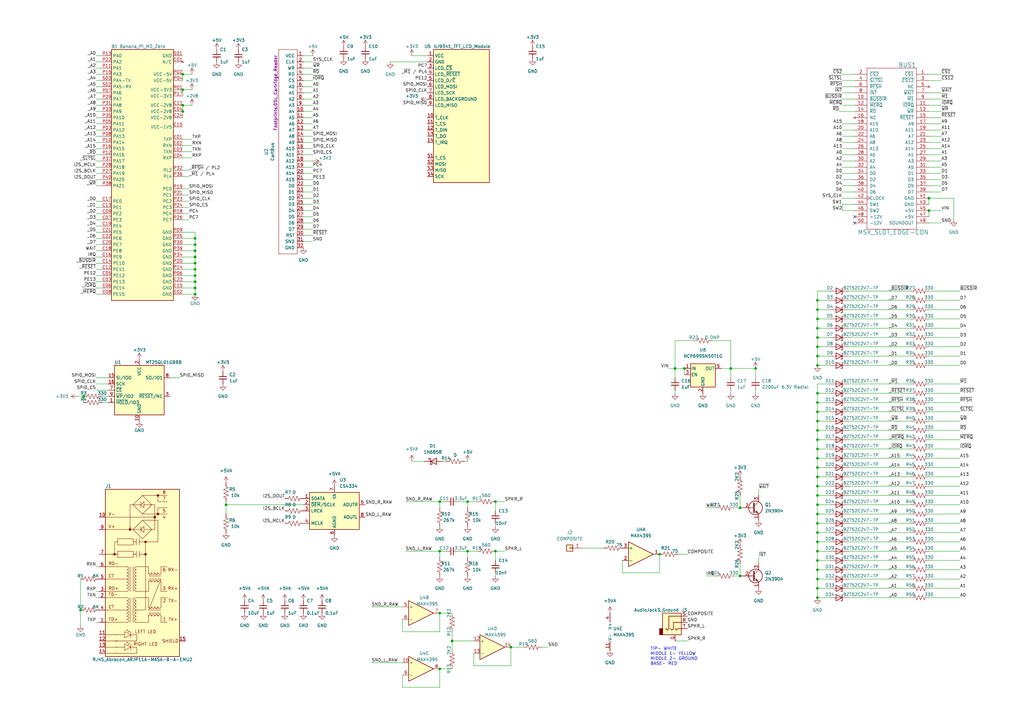
<source format=kicad_sch>
(kicad_sch (version 20211123) (generator eeschema)
  (paper "A3")
  (junction (at 80.01 115.57))
  (junction (at 80.01 118.11))
  (junction (at 335.28 168.91))
  (junction (at 335.28 138.43))
  (junction (at 299.72 151.13))
  (junction (at 335.28 237.49))
  (junction (at 203.2 205.74))
  (junction (at 280.67 151.13))
  (junction (at 74.93 30.48))
  (junction (at 335.28 222.25))
  (junction (at 335.28 127))
  (junction (at 74.93 45.72))
  (junction (at 185.42 262.89))
  (junction (at 335.28 161.29))
  (junction (at 335.28 187.96))
  (junction (at 80.01 102.87))
  (junction (at 335.28 134.62))
  (junction (at 80.01 105.41))
  (junction (at 191.77 226.06))
  (junction (at 80.01 120.65))
  (junction (at 335.28 176.53))
  (junction (at 335.28 199.39))
  (junction (at 180.34 205.74))
  (junction (at 270.51 227.33))
  (junction (at 92.71 207.01))
  (junction (at 80.01 107.95))
  (junction (at 335.28 203.2))
  (junction (at 335.28 195.58))
  (junction (at 191.77 205.74))
  (junction (at 335.28 214.63))
  (junction (at 80.01 110.49))
  (junction (at 335.28 218.44))
  (junction (at 381 81.28))
  (junction (at 80.01 100.33))
  (junction (at 335.28 172.72))
  (junction (at 209.55 265.43))
  (junction (at 303.53 236.22))
  (junction (at 335.28 191.77))
  (junction (at 335.28 165.1))
  (junction (at 335.28 233.68))
  (junction (at 203.2 226.06))
  (junction (at 335.28 241.3))
  (junction (at 335.28 180.34))
  (junction (at 180.34 274.32))
  (junction (at 335.28 123.19))
  (junction (at 381 86.36))
  (junction (at 80.01 113.03))
  (junction (at 309.88 151.13))
  (junction (at 335.28 229.87))
  (junction (at 80.01 97.79))
  (junction (at 276.86 151.13))
  (junction (at 303.53 208.28))
  (junction (at 335.28 130.81))
  (junction (at 335.28 149.86))
  (junction (at 335.28 184.15))
  (junction (at 335.28 207.01))
  (junction (at 180.34 226.06))
  (junction (at 335.28 210.82))
  (junction (at 74.93 43.18))
  (junction (at 335.28 146.05))
  (junction (at 335.28 226.06))
  (junction (at 34.29 162.56))
  (junction (at 74.93 36.83))
  (junction (at 33.02 250.19))
  (junction (at 335.28 142.24))
  (junction (at 180.34 251.46))
  (junction (at 335.28 245.11))
  (no_connect (at 350.52 91.44))
  (no_connect (at 350.52 88.9))
  (wire (pts (xy 345.44 63.5) (xy 350.52 63.5)))
  (wire (pts (xy 345.44 71.12) (xy 350.52 71.12)))
  (wire (pts (xy 345.44 40.64) (xy 350.52 40.64)))
  (wire (pts (xy 335.28 233.68) (xy 340.36 233.68)))
  (wire (pts (xy 381 63.5) (xy 386.08 63.5)))
  (wire (pts (xy 39.37 66.04) (xy 41.91 66.04)))
  (wire (pts (xy 128.27 81.28) (xy 124.46 81.28)))
  (wire (pts (xy 128.27 76.2) (xy 124.46 76.2)))
  (wire (pts (xy 77.47 82.55) (xy 74.93 82.55)))
  (wire (pts (xy 381 43.18) (xy 386.08 43.18)))
  (wire (pts (xy 347.98 127) (xy 373.38 127)))
  (wire (pts (xy 381 73.66) (xy 386.08 73.66)))
  (wire (pts (xy 80.01 100.33) (xy 74.93 100.33)))
  (wire (pts (xy 347.98 146.05) (xy 373.38 146.05)))
  (wire (pts (xy 345.44 33.02) (xy 350.52 33.02)))
  (wire (pts (xy 39.37 33.02) (xy 41.91 33.02)))
  (wire (pts (xy 347.98 130.81) (xy 373.38 130.81)))
  (wire (pts (xy 214.63 265.43) (xy 209.55 265.43)))
  (wire (pts (xy 347.98 176.53) (xy 373.38 176.53)))
  (wire (pts (xy 347.98 222.25) (xy 373.38 222.25)))
  (wire (pts (xy 77.47 80.01) (xy 74.93 80.01)))
  (wire (pts (xy 182.88 226.06) (xy 180.34 226.06)))
  (wire (pts (xy 347.98 123.19) (xy 373.38 123.19)))
  (wire (pts (xy 381 146.05) (xy 393.7 146.05)))
  (wire (pts (xy 191.77 226.06) (xy 191.77 228.6)))
  (wire (pts (xy 80.01 102.87) (xy 80.01 105.41)))
  (wire (pts (xy 203.2 214.63) (xy 203.2 215.9)))
  (wire (pts (xy 381 83.82) (xy 381 81.28)))
  (wire (pts (xy 39.37 25.4) (xy 41.91 25.4)))
  (wire (pts (xy 335.28 245.11) (xy 340.36 245.11)))
  (wire (pts (xy 299.72 139.7) (xy 299.72 151.13)))
  (wire (pts (xy 345.44 60.96) (xy 350.52 60.96)))
  (wire (pts (xy 39.37 95.25) (xy 41.91 95.25)))
  (wire (pts (xy 78.74 43.18) (xy 74.93 43.18)))
  (wire (pts (xy 335.28 226.06) (xy 335.28 229.87)))
  (wire (pts (xy 128.27 50.8) (xy 124.46 50.8)))
  (wire (pts (xy 335.28 172.72) (xy 335.28 176.53)))
  (wire (pts (xy 335.28 191.77) (xy 335.28 195.58)))
  (wire (pts (xy 345.44 53.34) (xy 350.52 53.34)))
  (wire (pts (xy 347.98 149.86) (xy 373.38 149.86)))
  (wire (pts (xy 347.98 214.63) (xy 373.38 214.63)))
  (wire (pts (xy 203.2 205.74) (xy 207.01 205.74)))
  (wire (pts (xy 41.91 162.56) (xy 44.45 162.56)))
  (wire (pts (xy 34.29 162.56) (xy 34.29 165.1)))
  (wire (pts (xy 345.44 58.42) (xy 350.52 58.42)))
  (wire (pts (xy 335.28 119.38) (xy 335.28 123.19)))
  (wire (pts (xy 78.74 57.15) (xy 74.93 57.15)))
  (wire (pts (xy 203.2 226.06) (xy 207.01 226.06)))
  (wire (pts (xy 381 45.72) (xy 386.08 45.72)))
  (wire (pts (xy 39.37 255.27) (xy 40.64 255.27)))
  (wire (pts (xy 381 165.1) (xy 393.7 165.1)))
  (wire (pts (xy 39.37 63.5) (xy 41.91 63.5)))
  (wire (pts (xy 165.1 259.08) (xy 180.34 259.08)))
  (wire (pts (xy 335.28 176.53) (xy 335.28 180.34)))
  (wire (pts (xy 77.47 69.85) (xy 74.93 69.85)))
  (wire (pts (xy 335.28 184.15) (xy 340.36 184.15)))
  (wire (pts (xy 335.28 146.05) (xy 340.36 146.05)))
  (wire (pts (xy 203.2 229.87) (xy 203.2 226.06)))
  (wire (pts (xy 80.01 115.57) (xy 80.01 118.11)))
  (wire (pts (xy 39.37 110.49) (xy 41.91 110.49)))
  (wire (pts (xy 74.93 43.18) (xy 74.93 45.72)))
  (wire (pts (xy 180.34 251.46) (xy 185.42 251.46)))
  (wire (pts (xy 78.74 59.69) (xy 74.93 59.69)))
  (wire (pts (xy 347.98 218.44) (xy 373.38 218.44)))
  (wire (pts (xy 77.47 85.09) (xy 74.93 85.09)))
  (wire (pts (xy 39.37 160.02) (xy 44.45 160.02)))
  (wire (pts (xy 39.37 87.63) (xy 41.91 87.63)))
  (wire (pts (xy 335.28 214.63) (xy 335.28 218.44)))
  (wire (pts (xy 335.28 199.39) (xy 335.28 203.2)))
  (wire (pts (xy 165.1 276.86) (xy 165.1 281.94)))
  (wire (pts (xy 160.02 25.4) (xy 175.26 25.4)))
  (wire (pts (xy 391.16 81.28) (xy 381 81.28)))
  (wire (pts (xy 80.01 113.03) (xy 80.01 115.57)))
  (wire (pts (xy 80.01 110.49) (xy 80.01 113.03)))
  (wire (pts (xy 347.98 207.01) (xy 373.38 207.01)))
  (wire (pts (xy 191.77 205.74) (xy 191.77 208.28)))
  (wire (pts (xy 381 168.91) (xy 393.7 168.91)))
  (wire (pts (xy 381 237.49) (xy 393.7 237.49)))
  (wire (pts (xy 381 214.63) (xy 393.7 214.63)))
  (wire (pts (xy 347.98 187.96) (xy 373.38 187.96)))
  (wire (pts (xy 185.42 262.89) (xy 185.42 266.7)))
  (wire (pts (xy 347.98 237.49) (xy 373.38 237.49)))
  (wire (pts (xy 335.28 149.86) (xy 340.36 149.86)))
  (wire (pts (xy 165.1 254) (xy 165.1 259.08)))
  (wire (pts (xy 80.01 95.25) (xy 74.93 95.25)))
  (wire (pts (xy 128.27 96.52) (xy 124.46 96.52)))
  (wire (pts (xy 381 241.3) (xy 393.7 241.3)))
  (wire (pts (xy 347.98 161.29) (xy 373.38 161.29)))
  (wire (pts (xy 39.37 107.95) (xy 41.91 107.95)))
  (wire (pts (xy 289.56 236.22) (xy 293.37 236.22)))
  (wire (pts (xy 335.28 127) (xy 335.28 130.81)))
  (wire (pts (xy 381 226.06) (xy 393.7 226.06)))
  (wire (pts (xy 128.27 35.56) (xy 124.46 35.56)))
  (wire (pts (xy 345.44 78.74) (xy 350.52 78.74)))
  (wire (pts (xy 80.01 113.03) (xy 74.93 113.03)))
  (wire (pts (xy 39.37 102.87) (xy 41.91 102.87)))
  (wire (pts (xy 335.28 176.53) (xy 340.36 176.53)))
  (wire (pts (xy 335.28 157.48) (xy 340.36 157.48)))
  (wire (pts (xy 381 134.62) (xy 393.7 134.62)))
  (wire (pts (xy 166.37 226.06) (xy 180.34 226.06)))
  (wire (pts (xy 311.15 231.14) (xy 311.15 228.6)))
  (wire (pts (xy 190.5 189.23) (xy 191.77 189.23)))
  (wire (pts (xy 39.37 38.1) (xy 41.91 38.1)))
  (wire (pts (xy 128.27 40.64) (xy 124.46 40.64)))
  (wire (pts (xy 274.32 151.13) (xy 276.86 151.13)))
  (wire (pts (xy 128.27 43.18) (xy 124.46 43.18)))
  (wire (pts (xy 152.4 271.78) (xy 165.1 271.78)))
  (wire (pts (xy 203.2 209.55) (xy 203.2 205.74)))
  (wire (pts (xy 381 157.48) (xy 393.7 157.48)))
  (wire (pts (xy 280.67 151.13) (xy 280.67 153.67)))
  (wire (pts (xy 78.74 64.77) (xy 74.93 64.77)))
  (wire (pts (xy 335.28 187.96) (xy 335.28 191.77)))
  (wire (pts (xy 74.93 45.72) (xy 74.93 48.26)))
  (wire (pts (xy 381 58.42) (xy 386.08 58.42)))
  (wire (pts (xy 335.28 214.63) (xy 340.36 214.63)))
  (wire (pts (xy 194.31 273.05) (xy 209.55 273.05)))
  (wire (pts (xy 80.01 115.57) (xy 74.93 115.57)))
  (wire (pts (xy 73.66 154.94) (xy 69.85 154.94)))
  (wire (pts (xy 128.27 45.72) (xy 124.46 45.72)))
  (wire (pts (xy 39.37 55.88) (xy 41.91 55.88)))
  (wire (pts (xy 347.98 210.82) (xy 373.38 210.82)))
  (wire (pts (xy 185.42 262.89) (xy 194.31 262.89)))
  (wire (pts (xy 39.37 30.48) (xy 41.91 30.48)))
  (wire (pts (xy 335.28 161.29) (xy 340.36 161.29)))
  (wire (pts (xy 335.28 130.81) (xy 335.28 134.62)))
  (wire (pts (xy 381 161.29) (xy 393.7 161.29)))
  (wire (pts (xy 345.44 55.88) (xy 350.52 55.88)))
  (wire (pts (xy 347.98 226.06) (xy 373.38 226.06)))
  (wire (pts (xy 31.75 162.56) (xy 34.29 162.56)))
  (wire (pts (xy 39.37 53.34) (xy 41.91 53.34)))
  (wire (pts (xy 281.94 227.33) (xy 278.13 227.33)))
  (wire (pts (xy 381 130.81) (xy 393.7 130.81)))
  (wire (pts (xy 335.28 138.43) (xy 335.28 142.24)))
  (wire (pts (xy 347.98 142.24) (xy 373.38 142.24)))
  (wire (pts (xy 309.88 154.94) (xy 309.88 151.13)))
  (wire (pts (xy 128.27 33.02) (xy 124.46 33.02)))
  (wire (pts (xy 335.28 142.24) (xy 340.36 142.24)))
  (wire (pts (xy 391.16 90.17) (xy 391.16 81.28)))
  (wire (pts (xy 335.28 218.44) (xy 335.28 222.25)))
  (wire (pts (xy 180.34 226.06) (xy 180.34 228.6)))
  (wire (pts (xy 381 123.19) (xy 393.7 123.19)))
  (wire (pts (xy 345.44 30.48) (xy 350.52 30.48)))
  (wire (pts (xy 335.28 138.43) (xy 340.36 138.43)))
  (wire (pts (xy 335.28 210.82) (xy 340.36 210.82)))
  (wire (pts (xy 80.01 100.33) (xy 80.01 102.87)))
  (wire (pts (xy 39.37 97.79) (xy 41.91 97.79)))
  (wire (pts (xy 347.98 180.34) (xy 373.38 180.34)))
  (wire (pts (xy 335.28 229.87) (xy 335.28 233.68)))
  (wire (pts (xy 335.28 157.48) (xy 335.28 161.29)))
  (wire (pts (xy 77.47 87.63) (xy 74.93 87.63)))
  (wire (pts (xy 381 30.48) (xy 386.08 30.48)))
  (wire (pts (xy 276.86 154.94) (xy 276.86 151.13)))
  (wire (pts (xy 39.37 242.57) (xy 40.64 242.57)))
  (wire (pts (xy 335.28 229.87) (xy 340.36 229.87)))
  (wire (pts (xy 335.28 134.62) (xy 340.36 134.62)))
  (wire (pts (xy 347.98 168.91) (xy 373.38 168.91)))
  (wire (pts (xy 80.01 105.41) (xy 80.01 107.95)))
  (wire (pts (xy 335.28 119.38) (xy 340.36 119.38)))
  (wire (pts (xy 128.27 83.82) (xy 124.46 83.82)))
  (wire (pts (xy 39.37 45.72) (xy 41.91 45.72)))
  (wire (pts (xy 152.4 248.92) (xy 165.1 248.92)))
  (wire (pts (xy 300.99 236.22) (xy 303.53 236.22)))
  (wire (pts (xy 381 55.88) (xy 386.08 55.88)))
  (wire (pts (xy 381 176.53) (xy 393.7 176.53)))
  (wire (pts (xy 185.42 274.32) (xy 180.34 274.32)))
  (wire (pts (xy 381 180.34) (xy 393.7 180.34)))
  (wire (pts (xy 187.96 205.74) (xy 191.77 205.74)))
  (wire (pts (xy 292.1 139.7) (xy 299.72 139.7)))
  (wire (pts (xy 335.28 123.19) (xy 335.28 127)))
  (wire (pts (xy 335.28 237.49) (xy 340.36 237.49)))
  (wire (pts (xy 128.27 73.66) (xy 124.46 73.66)))
  (wire (pts (xy 347.98 191.77) (xy 373.38 191.77)))
  (wire (pts (xy 124.46 207.01) (xy 92.71 207.01)))
  (wire (pts (xy 289.56 208.28) (xy 293.37 208.28)))
  (wire (pts (xy 309.88 160.02) (xy 309.88 161.29)))
  (wire (pts (xy 39.37 100.33) (xy 41.91 100.33)))
  (wire (pts (xy 381 78.74) (xy 386.08 78.74)))
  (wire (pts (xy 255.27 234.95) (xy 270.51 234.95)))
  (wire (pts (xy 335.28 146.05) (xy 335.28 149.86)))
  (wire (pts (xy 381 76.2) (xy 386.08 76.2)))
  (wire (pts (xy 39.37 85.09) (xy 41.91 85.09)))
  (wire (pts (xy 80.01 97.79) (xy 74.93 97.79)))
  (wire (pts (xy 335.28 168.91) (xy 340.36 168.91)))
  (wire (pts (xy 381 210.82) (xy 393.7 210.82)))
  (wire (pts (xy 39.37 48.26) (xy 41.91 48.26)))
  (wire (pts (xy 381 199.39) (xy 393.7 199.39)))
  (wire (pts (xy 284.48 139.7) (xy 276.86 139.7)))
  (wire (pts (xy 381 86.36) (xy 386.08 86.36)))
  (wire (pts (xy 335.28 161.29) (xy 335.28 165.1)))
  (wire (pts (xy 39.37 115.57) (xy 41.91 115.57)))
  (wire (pts (xy 347.98 245.11) (xy 373.38 245.11)))
  (wire (pts (xy 128.27 48.26) (xy 124.46 48.26)))
  (wire (pts (xy 335.28 241.3) (xy 335.28 245.11)))
  (wire (pts (xy 335.28 237.49) (xy 335.28 241.3)))
  (wire (pts (xy 195.58 226.06) (xy 191.77 226.06)))
  (wire (pts (xy 335.28 184.15) (xy 335.28 187.96)))
  (wire (pts (xy 39.37 120.65) (xy 41.91 120.65)))
  (wire (pts (xy 345.44 66.04) (xy 350.52 66.04)))
  (wire (pts (xy 168.91 22.86) (xy 175.26 22.86)))
  (wire (pts (xy 335.28 218.44) (xy 340.36 218.44)))
  (wire (pts (xy 128.27 30.48) (xy 124.46 30.48)))
  (wire (pts (xy 180.34 259.08) (xy 180.34 251.46)))
  (wire (pts (xy 345.44 83.82) (xy 345.44 86.36)))
  (wire (pts (xy 381 187.96) (xy 393.7 187.96)))
  (wire (pts (xy 335.28 222.25) (xy 340.36 222.25)))
  (wire (pts (xy 39.37 50.8) (xy 41.91 50.8)))
  (wire (pts (xy 309.88 151.13) (xy 299.72 151.13)))
  (wire (pts (xy 180.34 281.94) (xy 180.34 274.32)))
  (wire (pts (xy 182.88 205.74) (xy 180.34 205.74)))
  (wire (pts (xy 74.93 90.17) (xy 77.47 90.17)))
  (wire (pts (xy 335.28 226.06) (xy 340.36 226.06)))
  (wire (pts (xy 335.28 165.1) (xy 335.28 168.91)))
  (wire (pts (xy 299.72 161.29) (xy 299.72 160.02)))
  (wire (pts (xy 335.28 168.91) (xy 335.28 172.72)))
  (wire (pts (xy 335.28 172.72) (xy 340.36 172.72)))
  (wire (pts (xy 128.27 66.04) (xy 124.46 66.04)))
  (wire (pts (xy 299.72 154.94) (xy 299.72 151.13)))
  (wire (pts (xy 347.98 119.38) (xy 373.38 119.38)))
  (wire (pts (xy 39.37 245.11) (xy 40.64 245.11)))
  (wire (pts (xy 276.86 151.13) (xy 280.67 151.13)))
  (wire (pts (xy 39.37 27.94) (xy 41.91 27.94)))
  (wire (pts (xy 39.37 113.03) (xy 41.91 113.03)))
  (wire (pts (xy 345.44 38.1) (xy 350.52 38.1)))
  (wire (pts (xy 128.27 63.5) (xy 124.46 63.5)))
  (wire (pts (xy 238.76 224.79) (xy 247.65 224.79)))
  (wire (pts (xy 335.28 165.1) (xy 340.36 165.1)))
  (wire (pts (xy 187.96 226.06) (xy 191.77 226.06)))
  (wire (pts (xy 381 38.1) (xy 386.08 38.1)))
  (wire (pts (xy 381 60.96) (xy 386.08 60.96)))
  (wire (pts (xy 80.01 118.11) (xy 74.93 118.11)))
  (wire (pts (xy 335.28 233.68) (xy 335.28 237.49)))
  (wire (pts (xy 335.28 203.2) (xy 335.28 207.01)))
  (wire (pts (xy 80.01 95.25) (xy 80.01 97.79)))
  (wire (pts (xy 74.93 30.48) (xy 78.74 30.48)))
  (wire (pts (xy 276.86 262.89) (xy 281.94 262.89)))
  (wire (pts (xy 80.01 118.11) (xy 80.01 120.65)))
  (wire (pts (xy 128.27 38.1) (xy 124.46 38.1)))
  (wire (pts (xy 381 184.15) (xy 393.7 184.15)))
  (wire (pts (xy 78.74 62.23) (xy 74.93 62.23)))
  (wire (pts (xy 381 50.8) (xy 386.08 50.8)))
  (wire (pts (xy 381 48.26) (xy 386.08 48.26)))
  (wire (pts (xy 39.37 22.86) (xy 41.91 22.86)))
  (wire (pts (xy 77.47 72.39) (xy 74.93 72.39)))
  (wire (pts (xy 345.44 43.18) (xy 350.52 43.18)))
  (wire (pts (xy 128.27 25.4) (xy 124.46 25.4)))
  (wire (pts (xy 381 68.58) (xy 386.08 68.58)))
  (wire (pts (xy 39.37 154.94) (xy 44.45 154.94)))
  (wire (pts (xy 39.37 105.41) (xy 41.91 105.41)))
  (wire (pts (xy 80.01 105.41) (xy 74.93 105.41)))
  (wire (pts (xy 185.42 259.08) (xy 185.42 262.89)))
  (wire (pts (xy 74.93 36.83) (xy 78.74 36.83)))
  (wire (pts (xy 381 245.11) (xy 393.7 245.11)))
  (wire (pts (xy 80.01 120.65) (xy 74.93 120.65)))
  (wire (pts (xy 41.91 165.1) (xy 44.45 165.1)))
  (wire (pts (xy 335.28 241.3) (xy 340.36 241.3)))
  (wire (pts (xy 335.28 142.24) (xy 335.28 146.05)))
  (wire (pts (xy 39.37 76.2) (xy 41.91 76.2)))
  (wire (pts (xy 381 138.43) (xy 393.7 138.43)))
  (wire (pts (xy 128.27 93.98) (xy 124.46 93.98)))
  (wire (pts (xy 203.2 234.95) (xy 203.2 236.22)))
  (wire (pts (xy 345.44 50.8) (xy 350.52 50.8)))
  (wire (pts (xy 128.27 86.36) (xy 124.46 86.36)))
  (wire (pts (xy 128.27 78.74) (xy 124.46 78.74)))
  (wire (pts (xy 335.28 203.2) (xy 340.36 203.2)))
  (wire (pts (xy 77.47 77.47) (xy 74.93 77.47)))
  (wire (pts (xy 345.44 35.56) (xy 350.52 35.56)))
  (wire (pts (xy 335.28 130.81) (xy 340.36 130.81)))
  (wire (pts (xy 299.72 151.13) (xy 295.91 151.13)))
  (wire (pts (xy 381 222.25) (xy 393.7 222.25)))
  (wire (pts (xy 128.27 60.96) (xy 124.46 60.96)))
  (wire (pts (xy 381 91.44) (xy 386.08 91.44)))
  (wire (pts (xy 335.28 191.77) (xy 340.36 191.77)))
  (wire (pts (xy 128.27 91.44) (xy 124.46 91.44)))
  (wire (pts (xy 345.44 83.82) (xy 350.52 83.82)))
  (wire (pts (xy 345.44 76.2) (xy 350.52 76.2)))
  (wire (pts (xy 182.88 189.23) (xy 181.61 189.23)))
  (wire (pts (xy 381 127) (xy 393.7 127)))
  (wire (pts (xy 303.53 203.2) (xy 303.53 208.28)))
  (wire (pts (xy 381 86.36) (xy 381 88.9)))
  (wire (pts (xy 381 172.72) (xy 393.7 172.72)))
  (wire (pts (xy 335.28 180.34) (xy 335.28 184.15)))
  (wire (pts (xy 335.28 195.58) (xy 335.28 199.39)))
  (wire (pts (xy 74.93 30.48) (xy 74.93 33.02)))
  (wire (pts (xy 347.98 172.72) (xy 373.38 172.72)))
  (wire (pts (xy 255.27 229.87) (xy 255.27 234.95)))
  (wire (pts (xy 124.46 99.06) (xy 128.27 99.06)))
  (wire (pts (xy 39.37 73.66) (xy 41.91 73.66)))
  (wire (pts (xy 39.37 118.11) (xy 41.91 118.11)))
  (wire (pts (xy 166.37 205.74) (xy 180.34 205.74)))
  (wire (pts (xy 33.02 250.19) (xy 33.02 256.54)))
  (wire (pts (xy 128.27 71.12) (xy 124.46 71.12)))
  (wire (pts (xy 347.98 199.39) (xy 373.38 199.39)))
  (wire (pts (xy 381 218.44) (xy 393.7 218.44)))
  (wire (pts (xy 80.01 107.95) (xy 80.01 110.49)))
  (wire (pts (xy 39.37 92.71) (xy 41.91 92.71)))
  (wire (pts (xy 381 207.01) (xy 393.7 207.01)))
  (wire (pts (xy 335.28 180.34) (xy 340.36 180.34)))
  (wire (pts (xy 345.44 81.28) (xy 350.52 81.28)))
  (wire (pts (xy 270.51 234.95) (xy 270.51 227.33)))
  (wire (pts (xy 39.37 232.41) (xy 40.64 232.41)))
  (wire (pts (xy 381 53.34) (xy 386.08 53.34)))
  (wire (pts (xy 347.98 203.2) (xy 373.38 203.2)))
  (wire (pts (xy 128.27 55.88) (xy 124.46 55.88)))
  (wire (pts (xy 303.53 231.14) (xy 303.53 236.22)))
  (wire (pts (xy 39.37 43.18) (xy 41.91 43.18)))
  (wire (pts (xy 39.37 90.17) (xy 41.91 90.17)))
  (wire (pts (xy 80.01 102.87) (xy 74.93 102.87)))
  (wire (pts (xy 39.37 58.42) (xy 41.91 58.42)))
  (wire (pts (xy 39.37 82.55) (xy 41.91 82.55)))
  (wire (pts (xy 347.98 195.58) (xy 373.38 195.58)))
  (wire (pts (xy 345.44 73.66) (xy 350.52 73.66)))
  (wire (pts (xy 347.98 229.87) (xy 373.38 229.87)))
  (wire (pts (xy 335.28 207.01) (xy 335.28 210.82)))
  (wire (pts (xy 347.98 241.3) (xy 373.38 241.3)))
  (wire (pts (xy 347.98 184.15) (xy 373.38 184.15)))
  (wire (pts (xy 335.28 222.25) (xy 335.28 226.06)))
  (wire (pts (xy 92.71 207.01) (xy 92.71 210.82)))
  (wire (pts (xy 381 142.24) (xy 393.7 142.24)))
  (wire (pts (xy 173.99 189.23) (xy 168.91 189.23)))
  (wire (pts (xy 128.27 27.94) (xy 124.46 27.94)))
  (wire (pts (xy 381 203.2) (xy 393.7 203.2)))
  (wire (pts (xy 92.71 205.74) (xy 92.71 207.01)))
  (wire (pts (xy 335.28 199.39) (xy 340.36 199.39)))
  (wire (pts (xy 347.98 134.62) (xy 373.38 134.62)))
  (wire (pts (xy 74.93 36.83) (xy 74.93 39.37)))
  (wire (pts (xy 194.31 267.97) (xy 194.31 273.05)))
  (wire (pts (xy 300.99 208.28) (xy 303.53 208.28)))
  (wire (pts (xy 180.34 205.74) (xy 180.34 208.28)))
  (wire (pts (xy 276.86 139.7) (xy 276.86 151.13)))
  (wire (pts (xy 381 71.12) (xy 386.08 71.12)))
  (wire (pts (xy 80.01 110.49) (xy 74.93 110.49)))
  (wire (pts (xy 128.27 53.34) (xy 124.46 53.34)))
  (wire (pts (xy 381 149.86) (xy 393.7 149.86)))
  (wire (pts (xy 345.44 86.36) (xy 350.52 86.36)))
  (wire (pts (xy 276.86 161.29) (xy 276.86 160.02)))
  (wire (pts (xy 195.58 205.74) (xy 191.77 205.74)))
  (wire (pts (xy 335.28 195.58) (xy 340.36 195.58)))
  (wire (pts (xy 347.98 233.68) (xy 373.38 233.68)))
  (wire (pts (xy 381 195.58) (xy 393.7 195.58)))
  (wire (pts (xy 335.28 127) (xy 340.36 127)))
  (wire (pts (xy 128.27 58.42) (xy 124.46 58.42)))
  (wire (pts (xy 39.37 68.58) (xy 41.91 68.58)))
  (wire (pts (xy 80.01 97.79) (xy 80.01 100.33)))
  (wire (pts (xy 381 66.04) (xy 386.08 66.04)))
  (wire (pts (xy 165.1 281.94) (xy 180.34 281.94)))
  (wire (pts (xy 344.17 45.72) (xy 350.52 45.72)))
  (wire (pts (xy 381 119.38) (xy 393.7 119.38)))
  (wire (pts (xy 128.27 88.9) (xy 124.46 88.9)))
  (wire (pts (xy 347.98 138.43) (xy 373.38 138.43)))
  (wire (pts (xy 39.37 40.64) (xy 41.91 40.64)))
  (wire (pts (xy 381 229.87) (xy 393.7 229.87)))
  (wire (pts (xy 39.37 35.56) (xy 41.91 35.56)))
  (wire (pts (xy 311.15 203.2) (xy 311.15 200.66)))
  (wire (pts (xy 335.28 134.62) (xy 335.28 138.43)))
  (wire (pts (xy 39.37 60.96) (xy 41.91 60.96)))
  (wire (pts (xy 33.02 237.49) (xy 33.02 250.19)))
  (wire (pts (xy 128.27 22.86) (xy 124.46 22.86)))
  (wire (pts (xy 381 191.77) (xy 393.7 191.77)))
  (wire (pts (xy 80.01 107.95) (xy 74.93 107.95)))
  (wire (pts (xy 209.55 273.05) (xy 209.55 265.43)))
  (wire (pts (xy 347.98 165.1) (xy 373.38 165.1)))
  (wire (pts (xy 39.37 157.48) (xy 44.45 157.48)))
  (wire (pts (xy 381 40.64) (xy 386.08 40.64)))
  (wire (pts (xy 335.28 207.01) (xy 340.36 207.01)))
  (wire (pts (xy 335.28 123.19) (xy 340.36 123.19)))
  (wire (pts (xy 381 33.02) (xy 386.08 33.02)))
  (wire (pts (xy 335.28 187.96) (xy 340.36 187.96)))
  (wire (pts (xy 128.27 68.58) (xy 124.46 68.58)))
  (wire (pts (xy 381 233.68) (xy 393.7 233.68)))
  (wire (pts (xy 335.28 210.82) (xy 335.28 214.63)))
  (wire (pts (xy 347.98 157.48) (xy 373.38 157.48)))
  (wire (pts (xy 224.79 265.43) (xy 222.25 265.43)))
  (wire (pts (xy 39.37 71.12) (xy 41.91 71.12)))
  (wire (pts (xy 345.44 68.58) (xy 350.52 68.58)))
  (text "TIP- WHITE\nMIDDLE 1- YELLOW\nMIDDLE 2- GROUND\nBASE- RED" (at 266.7 273.05 0) (effects (font (size 1.27 1.27)) (justify left bottom)))
  (label "_A2" (at 364.49 237.49 0))
  (label "TXP" (at 39.37 255.27 180))
  (label "_D3" (at 39.37 90.17 180))
  (label "_A11" (at 39.37 50.8 180))
  (label "_A10" (at 364.49 207.01 0))
  (label "_~{WR}" (at 364.49 172.72 0))
  (label "_~{IORQ}" (at 39.37 118.11 180))
  (label "A0" (at 128.27 35.56 0))
  (label "~{BUSDIR}" (at 393.7 119.38 0))
  (label "A14" (at 386.08 60.96 0))
  (label "SND" (at 386.08 91.44 0))
  (label "VIN" (at 274.32 151.13 180))
  (label "_D4" (at 364.49 134.62 0))
  (label "SPI0_MOSI" (at 128.27 55.88 0))
  (label "SPI0_MISO" (at 73.66 154.94 0))
  (label "I2S_BCLK" (at 116.84 209.55 180))
  (label "_A12" (at 364.49 199.39 0))
  (label "A6" (at 393.7 222.25 0))
  (label "A3" (at 393.7 233.68 0))
  (label "PE12" (at 175.26 33.02 180))
  (label "A5" (at 128.27 48.26 0))
  (label "_A5" (at 39.37 35.56 180))
  (label "D7" (at 128.27 93.98 0))
  (label "~{INT}" (at 345.44 38.1 180))
  (label "VIN" (at 386.08 86.36 0))
  (label "_~{M1}" (at 364.49 157.48 0))
  (label "_A11" (at 364.49 203.2 0))
  (label "_~{MERQ}" (at 364.49 180.34 0))
  (label "_A8" (at 39.37 43.18 180))
  (label "_A1" (at 364.49 241.3 0))
  (label "_A4" (at 364.49 229.87 0))
  (label "_D7" (at 39.37 100.33 180))
  (label "SYS_CLK" (at 345.44 81.28 180))
  (label "D4" (at 345.44 76.2 180))
  (label "D7" (at 386.08 78.74 0))
  (label "SPI0_CLK" (at 77.47 82.55 0))
  (label "COMPOSITE" (at 281.94 227.33 0))
  (label "D0" (at 393.7 149.86 0))
  (label "~{M1}" (at 386.08 40.64 0))
  (label "_~{SLTSL}" (at 364.49 168.91 0))
  (label "A11" (at 386.08 53.34 0))
  (label "~{CS1}" (at 386.08 30.48 0))
  (label "A9" (at 386.08 50.8 0))
  (label "SND_L_RAW" (at 166.37 226.06 0))
  (label "~{CS12}" (at 386.08 33.02 0))
  (label "A5" (at 393.7 226.06 0))
  (label "SPI0_MOSI" (at 175.26 35.56 180))
  (label "_D1" (at 364.49 146.05 0))
  (label "SND_R_RAW" (at 166.37 205.74 0))
  (label "_D4" (at 39.37 92.71 180))
  (label "A5" (at 386.08 68.58 0))
  (label "A2" (at 393.7 237.49 0))
  (label "~{RESET}" (at 386.08 48.26 0))
  (label "_A5" (at 364.49 226.06 0))
  (label "A0" (at 345.44 63.5 180))
  (label "I2S_MCLK" (at 39.37 68.58 180))
  (label "_A2" (at 39.37 27.94 180))
  (label "IRQ" (at 39.37 105.41 180))
  (label "~{SLTSL}" (at 393.7 168.91 0))
  (label "A3" (at 128.27 43.18 0))
  (label "_D6" (at 364.49 127 0))
  (label "A8" (at 345.44 58.42 180))
  (label "_~{SLTSL}" (at 39.37 66.04 180))
  (label "_~{RFSH}" (at 364.49 165.1 0))
  (label "PC4" (at 128.27 68.58 0))
  (label "_~{M1} {slash} PL4" (at 175.26 30.48 180))
  (label "PC7" (at 175.26 27.94 180))
  (label "D5" (at 386.08 76.2 0))
  (label "PC7" (at 77.47 90.17 0))
  (label "_A14" (at 364.49 191.77 0))
  (label "D1" (at 128.27 78.74 0))
  (label "A6" (at 128.27 50.8 0))
  (label "~{RFSH}" (at 345.44 35.56 180))
  (label "SPI0_CLK" (at 39.37 157.48 180))
  (label "A2" (at 128.27 40.64 0))
  (label "WAIT" (at 289.56 208.28 0))
  (label "PC7" (at 128.27 71.12 0))
  (label "_~{WR}" (at 39.37 76.2 180))
  (label "A13" (at 393.7 195.58 0))
  (label "A1" (at 128.27 38.1 0))
  (label "A8" (at 393.7 214.63 0))
  (label "_A12" (at 39.37 53.34 180))
  (label "_A13" (at 39.37 55.88 180))
  (label "A9" (at 393.7 210.82 0))
  (label "_D7" (at 364.49 123.19 0))
  (label "~{WAIT}" (at 386.08 38.1 0))
  (label "A1" (at 393.7 241.3 0))
  (label "~{SLTSL}" (at 345.44 33.02 180))
  (label "D6" (at 393.7 127 0))
  (label "~{INT}" (at 311.15 228.6 0))
  (label "IRQ" (at 289.56 236.22 0))
  (label "~{RFSH}" (at 393.7 165.1 0))
  (label "D3" (at 393.7 138.43 0))
  (label "A7" (at 128.27 53.34 0))
  (label "SPI0_CS" (at 77.47 85.09 0))
  (label "SPI0_CS" (at 128.27 63.5 0))
  (label "D5" (at 393.7 130.81 0))
  (label "RXN" (at 39.37 232.41 180))
  (label "SPI0_MOSI" (at 39.37 154.94 180))
  (label "SND_R_RAW" (at 149.86 207.01 0))
  (label "I2S_MCLK" (at 116.84 214.63 180))
  (label "TXP" (at 78.74 57.15 0))
  (label "D6" (at 128.27 91.44 0))
  (label "RXP" (at 39.37 242.57 180))
  (label "SYS_CLK" (at 128.27 25.4 0))
  (label "_D1" (at 39.37 85.09 180))
  (label "~{CS2}" (at 345.44 30.48 180))
  (label "_A15" (at 39.37 60.96 180))
  (label "D5" (at 128.27 88.9 0))
  (label "A10" (at 345.44 53.34 180))
  (label "_A10" (at 39.37 48.26 180))
  (label "~{RD}" (at 344.17 45.72 180))
  (label "~{MERQ}" (at 393.7 180.34 0))
  (label "A3" (at 386.08 66.04 0))
  (label "D0" (at 128.27 76.2 0))
  (label "_D6" (at 39.37 97.79 180))
  (label "_A8" (at 364.49 214.63 0))
  (label "~{BUSDIR}" (at 345.44 40.64 180))
  (label "A4" (at 345.44 68.58 180))
  (label "SPKR_L" (at 207.01 226.06 0))
  (label "SPI0_MISO" (at 128.27 58.42 0))
  (label "A0" (at 393.7 245.11 0))
  (label "D4" (at 128.27 86.36 0))
  (label "I2S_DOUT" (at 116.84 204.47 180))
  (label "D2" (at 393.7 142.24 0))
  (label "PE13" (at 39.37 115.57 180))
  (label "PE13" (at 128.27 73.66 0))
  (label "D2" (at 128.27 81.28 0))
  (label "A15" (at 393.7 187.96 0))
  (label "PC4" (at 77.47 87.63 0))
  (label "_A9" (at 39.37 45.72 180))
  (label "_D5" (at 364.49 130.81 0))
  (label "SPI0_MISO" (at 175.26 43.18 180))
  (label "D1" (at 393.7 146.05 0))
  (label "A1" (at 386.08 63.5 0))
  (label "A4" (at 128.27 45.72 0))
  (label "~{RD}" (at 128.27 30.48 0))
  (label "~{M1}" (at 393.7 157.48 0))
  (label "~{IORQ}" (at 393.7 184.15 0))
  (label "_A1" (at 39.37 25.4 180))
  (label "_D0" (at 39.37 82.55 180))
  (label "SND" (at 128.27 99.06 0))
  (label "_A3" (at 364.49 233.68 0))
  (label "~{IORQ}" (at 128.27 33.02 0))
  (label "A13" (at 345.44 60.96 180))
  (label "A2" (at 345.44 66.04 180))
  (label "_A14" (at 39.37 58.42 180))
  (label "TXN" (at 39.37 245.11 180))
  (label "~{RD}" (at 393.7 176.53 0))
  (label "SND" (at 224.79 265.43 0))
  (label "A4" (at 393.7 229.87 0))
  (label "A10" (at 393.7 207.01 0))
  (label "_~{IORQ}" (at 364.49 184.15 0))
  (label "A15" (at 345.44 50.8 180))
  (label "SPKR_R" (at 281.94 262.89 0))
  (label "SPI0_CLK" (at 175.26 38.1 180))
  (label "I2S_BCLK" (at 39.37 71.12 180))
  (label "_A7" (at 364.49 218.44 0))
  (label "A12" (at 393.7 199.39 0))
  (label "_D0" (at 364.49 149.86 0))
  (label "SPI0_MOSI" (at 77.47 77.47 0))
  (label "_~{RESET}" (at 39.37 110.49 180))
  (label "~{WR}" (at 393.7 172.72 0))
  (label "SPI0_CLK" (at 128.27 60.96 0))
  (label "D6" (at 345.44 78.74 180))
  (label "_D3" (at 364.49 138.43 0))
  (label "_A7" (at 39.37 40.64 180))
  (label "_~{RD}" (at 364.49 176.53 0))
  (label "D1" (at 386.08 71.12 0))
  (label "_~{BUSDIR}" (at 364.49 119.38 0))
  (label "~{WAIT}" (at 311.15 200.66 0))
  (label "_~{RESET}" (at 364.49 161.29 0))
  (label "SPI0_MISO" (at 77.47 80.01 0))
  (label "PE12" (at 39.37 113.03 180))
  (label "_~{RD}" (at 39.37 63.5 180))
  (label "SPKR_R" (at 207.01 205.74 0))
  (label "D2" (at 345.44 73.66 180))
  (label "_~{MERQ}" (at 39.37 120.65 180))
  (label "A14" (at 393.7 191.77 0))
  (label "D3" (at 386.08 73.66 0))
  (label "D0" (at 345.44 71.12 180))
  (label "GND" (at 281.94 255.27 0))
  (label "COMPOSITE" (at 281.94 252.73 0))
  (label "A6" (at 345.44 55.88 180))
  (label "~{RESET}" (at 128.27 96.52 0))
  (label "~{WR}" (at 128.27 27.94 0))
  (label "D3" (at 128.27 83.82 0))
  (label "TXN" (at 78.74 62.23 0))
  (label "SPI0_CS" (at 39.37 160.02 180))
  (label "WAIT" (at 39.37 102.87 180))
  (label "SW1" (at 345.44 83.82 180))
  (label "SW2" (at 345.44 86.36 180))
  (label "_D2" (at 364.49 142.24 0))
  (label "A12" (at 386.08 58.42 0))
  (label "A11" (at 393.7 203.2 0))
  (label "~{MERQ}" (at 345.44 43.18 180))
  (label "_A0" (at 39.37 22.86 180))
  (label "_A0" (at 364.49 245.11 0))
  (label "SND_L_RAW" (at 149.86 212.09 0))
  (label "_~{RFSH} {slash} PL2" (at 77.47 69.85 0))
  (label "SND_L_RAW" (at 152.4 271.78 0))
  (label "D7" (at 393.7 123.19 0))
  (label "A7" (at 393.7 218.44 0))
  (label "I2S_DOUT" (at 39.37 73.66 180))
  (label "SPKR_L" (at 281.94 257.81 0))
  (label "~{RESET}" (at 393.7 161.29 0))
  (label "D4" (at 393.7 134.62 0))
  (label "_A15" (at 364.49 187.96 0))
  (label "RXP" (at 78.74 64.77 0))
  (label "_D2" (at 39.37 87.63 180))
  (label "_~{BUSDIR}" (at 39.37 107.95 180))
  (label "_A3" (at 39.37 30.48 180))
  (label "A7" (at 386.08 55.88 0))
  (label "_A13" (at 364.49 195.58 0))
  (label "_A6" (at 39.37 38.1 180))
  (label "~{WR}" (at 386.08 45.72 0))
  (label "_A9" (at 364.49 210.82 0))
  (label "SND_R_RAW" (at 152.4 248.92 0))
  (label "_~{M1} {slash} PL4" (at 77.47 72.39 0))
  (label "RXN" (at 78.74 59.69 0))
  (label "_A6" (at 364.49 222.25 0))
  (label "_D5" (at 39.37 95.25 180))
  (label "_A4" (at 39.37 33.02 180))
  (label "~{IORQ}" (at 386.08 43.18 0))
  (symbol (lib_id "Device:R_US") (at 377.19 218.44 90) (unit 1)
    (property "Reference" "R52" (at 373.38 217.17 90))
    (property "Value" "330" (at 381 217.17 90))
    (property "Footprint" "Resistor_SMD:R_0805_2012Metric" (effects hide))
  )
  (symbol (lib_id "Device:D_Zener") (at 344.17 187.96 180) (unit 1)
    (property "Reference" "D19" (at 340.36 186.69 0))
    (property "Value" "BZT52C2V7-TP" (at 353.06 186.69 0))
    (property "Footprint" "Diode_SMD:D_SOD-123" (effects hide))
  )
  (symbol (lib_id "Device:R_US") (at 377.19 127 90) (unit 1)
    (property "Reference" "R29" (at 373.38 125.73 90))
    (property "Value" "330" (at 381 125.73 90))
    (property "Footprint" "Resistor_SMD:R_0805_2012Metric" (effects hide))
  )
  (symbol (lib_id "power:GND") (at 91.44 157.48 0) (unit 1)
    (property "Reference" "#PWR012" (effects hide))
    (property "Value" "GND" (at 91.44 162.56 0))
  )
  (symbol (lib_id "power:+5V") (at 309.88 151.13 0) (unit 1)
    (property "Reference" "#PWR056" (effects hide))
    (property "Value" "+5V" (at 309.88 147.32 0))
  )
  (symbol (lib_id "Device:R_US") (at 377.19 130.81 90) (unit 1)
    (property "Reference" "R30" (at 373.38 129.54 90))
    (property "Value" "330" (at 381 129.54 90))
    (property "Footprint" "Resistor_SMD:R_0805_2012Metric" (effects hide))
  )
  (symbol (lib_id "Device:R_US") (at 377.19 157.48 90) (unit 1)
    (property "Reference" "R36" (at 373.38 156.21 90))
    (property "Value" "330" (at 381 156.21 90))
    (property "Footprint" "Resistor_SMD:R_0805_2012Metric" (effects hide))
  )
  (symbol (lib_id "power:+5VA") (at 137.16 199.39 0) (unit 1)
    (property "Reference" "#PWR030" (effects hide))
    (property "Value" "+5VA" (at 137.16 194.31 0))
  )
  (symbol (lib_id "Device:D_Zener") (at 344.17 176.53 180) (unit 1)
    (property "Reference" "D16" (at 340.36 175.26 0))
    (property "Value" "BZT52C2V7-TP" (at 353.06 175.26 0))
    (property "Footprint" "Diode_SMD:D_SOD-123" (effects hide))
  )
  (symbol (lib_id "power:GND") (at 160.02 25.4 0) (unit 1)
    (property "Reference" "#PWR036" (effects hide))
    (property "Value" "GND" (at 160.02 30.48 0))
  )
  (symbol (lib_id "power:GND") (at 116.84 251.46 0) (unit 1)
    (property "Reference" "#PWR022" (effects hide))
    (property "Value" "GND" (at 116.84 256.54 0))
  )
  (symbol (lib_id "Device:R_US") (at 377.19 210.82 90) (unit 1)
    (property "Reference" "R50" (at 373.38 209.55 90))
    (property "Value" "330" (at 381 209.55 90))
    (property "Footprint" "Resistor_SMD:R_0805_2012Metric" (effects hide))
  )
  (symbol (lib_id "Device:R_US") (at 377.19 119.38 90) (unit 1)
    (property "Reference" "R27" (at 373.38 118.11 90))
    (property "Value" "330" (at 381 118.11 90))
    (property "Footprint" "Resistor_SMD:R_0805_2012Metric" (effects hide))
  )
  (symbol (lib_id "Device:R_US") (at 120.65 209.55 90) (unit 1)
    (property "Reference" "R8" (at 118.11 207.01 90))
    (property "Value" "0" (at 120.65 207.01 90))
    (property "Footprint" "Resistor_THT:R_Axial_DIN0207_L6.3mm_D2.5mm_P7.62mm_Horizontal" (effects hide))
  )
  (symbol (lib_id "power:+3.3V") (at 91.44 152.4 0) (unit 1)
    (property "Reference" "#PWR011" (effects hide))
    (property "Value" "+3.3V" (at 91.44 148.59 0))
  )
  (symbol (lib_id "Device:R_US") (at 377.19 176.53 90) (unit 1)
    (property "Reference" "R41" (at 373.38 175.26 90))
    (property "Value" "330" (at 381 175.26 90))
    (property "Footprint" "Resistor_SMD:R_0805_2012Metric" (effects hide))
  )
  (symbol (lib_id "Device:D_Zener") (at 344.17 222.25 180) (unit 1)
    (property "Reference" "D28" (at 340.36 220.98 0))
    (property "Value" "BZT52C2V7-TP" (at 353.06 220.98 0))
    (property "Footprint" "Diode_SMD:D_SOD-123" (effects hide))
  )
  (symbol (lib_id "power:GND") (at 137.16 219.71 0) (unit 1)
    (property "Reference" "#PWR031" (effects hide))
    (property "Value" "GND" (at 137.16 224.79 0))
  )
  (symbol (lib_id "power:+3.3V") (at 218.44 19.05 0) (unit 1)
    (property "Reference" "#PWR047" (effects hide))
    (property "Value" "+3.3V" (at 218.44 15.24 0))
  )
  (symbol (lib_id "Device:R_US") (at 185.42 255.27 180) (unit 1)
    (property "Reference" "R12" (at 184.15 259.08 90))
    (property "Value" "2K2" (at 184.15 251.46 90))
    (property "Footprint" "Resistor_SMD:R_0805_2012Metric" (effects hide))
  )
  (symbol (lib_id "Connector:AudioJack3_Ground") (at 276.86 255.27 0) (unit 1)
    (property "Reference" "J3" (at 280.67 250.19 0))
    (property "Value" "AudioJack3_Ground" (at 269.24 250.19 0))
    (property "Footprint" "Connector_Audio:Jack_3.5mm_PJ320E_Horizontal" (effects hide))
  )
  (symbol (lib_id "Device:D_Zener") (at 344.17 119.38 180) (unit 1)
    (property "Reference" "D2" (at 340.36 118.11 0))
    (property "Value" "BZT52C2V7-TP" (at 353.06 118.11 0))
    (property "Footprint" "Diode_SMD:D_SOD-123" (effects hide))
  )
  (symbol (lib_id "banana_pi_m2_zero:ILI9341_TFT_LCD_Module") (at 177.8 20.32 0) (unit 1)
    (property "Reference" "U5" (at 173.99 19.05 0) (effects (justify left)))
    (property "Value" "ILI9341_TFT_LCD_Module" (at 177.8 19.05 0) (effects (justify left)))
    (property "Footprint" "BPI:ILI9341 TFT LCD 24 modul" (effects hide))
  )
  (symbol (lib_id "Device:R_US") (at 377.19 229.87 90) (unit 1)
    (property "Reference" "R55" (at 373.38 228.6 90))
    (property "Value" "330" (at 381 228.6 90))
    (property "Footprint" "Resistor_SMD:R_0805_2012Metric" (effects hide))
  )
  (symbol (lib_id "Device:D_Zener") (at 344.17 142.24 180) (unit 1)
    (property "Reference" "D8" (at 340.36 140.97 0))
    (property "Value" "BZT52C2V7-TP" (at 353.06 140.97 0))
    (property "Footprint" "Diode_SMD:D_SOD-123" (effects hide))
  )
  (symbol (lib_id "Device:R_US") (at 186.69 189.23 90) (unit 1)
    (property "Reference" "R14" (at 182.88 187.96 90))
    (property "Value" "0" (at 186.69 186.69 90))
    (property "Footprint" "Resistor_THT:R_Axial_DIN0207_L6.3mm_D2.5mm_P7.62mm_Horizontal" (effects hide))
  )
  (symbol (lib_id "power:GND") (at 391.16 90.17 0) (unit 1)
    (property "Reference" "#PWR062" (effects hide))
    (property "Value" "GND" (at 391.16 95.25 0))
  )
  (symbol (lib_id "power:GND") (at 132.08 251.46 0) (unit 1)
    (property "Reference" "#PWR029" (effects hide))
    (property "Value" "GND" (at 132.08 256.54 0))
  )
  (symbol (lib_id "Device:C_Small") (at 124.46 248.92 0) (unit 1)
    (property "Reference" "C7" (at 125.73 246.38 0) (effects (justify left)))
    (property "Value" "0.1uF" (at 125.73 251.46 0) (effects (justify left)))
    (property "Footprint" "Capacitor_SMD:C_1206_3216Metric" (effects hide))
  )
  (symbol (lib_id "power:GND") (at 191.77 236.22 0) (unit 1)
    (property "Reference" "#PWR044" (effects hide))
    (property "Value" "GND" (at 191.77 241.3 0))
  )
  (symbol (lib_id "power:+5VA") (at 132.08 246.38 0) (unit 1)
    (property "Reference" "#PWR028" (effects hide))
    (property "Value" "+5VA" (at 132.08 241.3 0))
  )
  (symbol (lib_id "Transistor_BJT:2N3904") (at 308.61 208.28 0) (unit 1)
    (property "Reference" "Q1" (at 313.69 207.0099 0) (effects (justify left)))
    (property "Value" "2N3904" (at 313.69 209.5499 0) (effects (justify left)))
    (property "Footprint" "Package_TO_SOT_THT:TO-92_Inline" (effects hide))
    (property "Datasheet" "https://www.onsemi.com/pub/Collateral/2N3903-D.PDF" (effects hide))
  )
  (symbol (lib_id "power:+5VA") (at 168.91 189.23 0) (unit 1)
    (property "Reference" "#PWR038" (effects hide))
    (property "Value" "+5VA" (at 168.91 184.15 0))
  )
  (symbol (lib_id "Device:D_Zener") (at 344.17 203.2 180) (unit 1)
    (property "Reference" "D23" (at 340.36 201.93 0))
    (property "Value" "BZT52C2V7-TP" (at 353.06 201.93 0))
    (property "Footprint" "Diode_SMD:D_SOD-123" (effects hide))
  )
  (symbol (lib_id "Device:C_Small") (at 185.42 205.74 90) (unit 1)
    (property "Reference" "C11" (at 184.15 204.47 90) (effects (justify left)))
    (property "Value" "3.3uF" (at 191.77 204.47 90) (effects (justify left)))
    (property "Footprint" "Capacitor_SMD:C_1206_3216Metric" (effects hide))
  )
  (symbol (lib_id "power:GND") (at 88.9 25.4 0) (unit 1)
    (property "Reference" "#PWR010" (effects hide))
    (property "Value" "GND" (at 88.9 30.48 0))
  )
  (symbol (lib_id "Device:C_Small") (at 140.97 21.59 0) (unit 1)
    (property "Reference" "C9" (at 142.24 19.05 0) (effects (justify left)))
    (property "Value" "1uF" (at 142.24 24.13 0) (effects (justify left)))
    (property "Footprint" "Capacitor_SMD:C_1206_3216Metric" (effects hide))
  )
  (symbol (lib_id "Device:C_Small") (at 203.2 212.09 0) (unit 1)
    (property "Reference" "C13" (at 204.47 209.55 0) (effects (justify left)))
    (property "Value" "10nF" (at 203.2 214.63 0) (effects (justify left)))
    (property "Footprint" "Capacitor_SMD:C_1206_3216Metric" (effects hide))
  )
  (symbol (lib_id "Memory_Flash:IS25WP256D-xM") (at 57.15 160.02 0) (unit 1)
    (property "Reference" "U1" (at 46.99 148.59 0) (effects (justify left)))
    (property "Value" "MT25QL01GBBB" (at 59.69 148.59 0) (effects (justify left)))
    (property "Footprint" "Package_SO:SOIC-16W_7.5x10.3mm_P1.27mm" (effects hide))
    (property "Datasheet" "http://www.issi.com/WW/pdf/IS25LP(WP)256D.pdf" (effects hide))
  )
  (symbol (lib_id "Device:R_US") (at 377.19 134.62 90) (unit 1)
    (property "Reference" "R31" (at 373.38 133.35 90))
    (property "Value" "330" (at 381 133.35 90))
    (property "Footprint" "Resistor_SMD:R_0805_2012Metric" (effects hide))
  )
  (symbol (lib_id "Device:D_Zener") (at 344.17 241.3 180) (unit 1)
    (property "Reference" "D33" (at 340.36 240.03 0))
    (property "Value" "BZT52C2V7-TP" (at 353.06 240.03 0))
    (property "Footprint" "Diode_SMD:D_SOD-123" (effects hide))
  )
  (symbol (lib_id "Device:C_Small") (at 309.88 157.48 0) (unit 1)
    (property "Reference" "C18" (at 312.42 156.2162 0) (effects (justify left)))
    (property "Value" "2200uF 6.3V Radial" (at 312.42 158.7562 0) (effects (justify left)))
    (property "Footprint" "Capacitor_THT:CP_Radial_D8.0mm_P3.50mm" (effects hide))
  )
  (symbol (lib_id "Device:R_US") (at 377.19 191.77 90) (unit 1)
    (property "Reference" "R45" (at 373.38 190.5 90))
    (property "Value" "330" (at 381 190.5 90))
    (property "Footprint" "Resistor_SMD:R_0805_2012Metric" (effects hide))
  )
  (symbol (lib_id "Device:R_US") (at 377.19 146.05 90) (unit 1)
    (property "Reference" "R34" (at 373.38 144.78 90))
    (property "Value" "330" (at 381 144.78 90))
    (property "Footprint" "Resistor_SMD:R_0805_2012Metric" (effects hide))
  )
  (symbol (lib_id "Device:D_Zener") (at 344.17 130.81 180) (unit 1)
    (property "Reference" "D5" (at 340.36 129.54 0))
    (property "Value" "BZT52C2V7-TP" (at 353.06 129.54 0))
    (property "Footprint" "Diode_SMD:D_SOD-123" (effects hide))
  )
  (symbol (lib_id "power:+3.3V") (at 57.15 147.32 0) (unit 1)
    (property "Reference" "#PWR03" (effects hide))
    (property "Value" "+3.3V" (at 57.15 143.51 0))
  )
  (symbol (lib_id "Device:R_US") (at 377.19 237.49 90) (unit 1)
    (property "Reference" "R57" (at 373.38 236.22 90))
    (property "Value" "330" (at 381 236.22 90))
    (property "Footprint" "Resistor_SMD:R_0805_2012Metric" (effects hide))
  )
  (symbol (lib_id "power:GND") (at 124.46 251.46 0) (unit 1)
    (property "Reference" "#PWR025" (effects hide))
    (property "Value" "GND" (at 124.46 256.54 0))
  )
  (symbol (lib_id "power:GND") (at 57.15 172.72 0) (unit 1)
    (property "Reference" "#PWR04" (effects hide))
    (property "Value" "GND" (at 57.15 176.53 0))
  )
  (symbol (lib_id "Device:C_Small") (at 97.79 22.86 0) (unit 1)
    (property "Reference" "C3" (at 99.06 20.32 0) (effects (justify left)))
    (property "Value" "1uF" (at 99.06 25.4 0) (effects (justify left)))
    (property "Footprint" "Capacitor_SMD:C_1206_3216Metric" (effects hide))
  )
  (symbol (lib_id "power:GND") (at 309.88 161.29 0) (unit 1)
    (property "Reference" "#PWR057" (effects hide))
    (property "Value" "GND" (at 309.88 166.37 0))
  )
  (symbol (lib_id "Device:D_Zener") (at 344.17 218.44 180) (unit 1)
    (property "Reference" "D27" (at 340.36 217.17 0))
    (property "Value" "BZT52C2V7-TP" (at 353.06 217.17 0))
    (property "Footprint" "Diode_SMD:D_SOD-123" (effects hide))
  )
  (symbol (lib_id "Device:R_US") (at 377.19 222.25 90) (unit 1)
    (property "Reference" "R53" (at 373.38 220.98 90))
    (property "Value" "330" (at 381 220.98 90))
    (property "Footprint" "Resistor_SMD:R_0805_2012Metric" (effects hide))
  )
  (symbol (lib_id "Device:C_Small") (at 185.42 226.06 90) (unit 1)
    (property "Reference" "C12" (at 184.15 224.79 90) (effects (justify left)))
    (property "Value" "3.3uF" (at 191.77 224.79 90) (effects (justify left)))
    (property "Footprint" "Capacitor_SMD:C_1206_3216Metric" (effects hide))
  )
  (symbol (lib_id "Device:D_Zener") (at 344.17 123.19 180) (unit 1)
    (property "Reference" "D3" (at 340.36 121.92 0))
    (property "Value" "BZT52C2V7-TP" (at 353.06 121.92 0))
    (property "Footprint" "Diode_SMD:D_SOD-123" (effects hide))
  )
  (symbol (lib_id "Device:R_US") (at 377.19 207.01 90) (unit 1)
    (property "Reference" "R49" (at 373.38 205.74 90))
    (property "Value" "330" (at 381 205.74 90))
    (property "Footprint" "Resistor_SMD:R_0805_2012Metric" (effects hide))
  )
  (symbol (lib_id "Device:C_Small") (at 116.84 248.92 0) (unit 1)
    (property "Reference" "C6" (at 118.11 246.38 0) (effects (justify left)))
    (property "Value" "1uF" (at 118.11 251.46 0) (effects (justify left)))
    (property "Footprint" "Capacitor_SMD:C_1206_3216Metric" (effects hide))
  )
  (symbol (lib_id "power:GND") (at 107.95 251.46 0) (unit 1)
    (property "Reference" "#PWR020" (effects hide))
    (property "Value" "GND" (at 107.95 256.54 0))
  )
  (symbol (lib_id "Device:R_US") (at 288.29 139.7 90) (unit 1)
    (property "Reference" "R22" (at 284.48 138.43 90))
    (property "Value" "0 DNP" (at 292.1 138.43 90))
    (property "Footprint" "Resistor_THT:R_Axial_DIN0207_L6.3mm_D2.5mm_P7.62mm_Horizontal" (effects hide))
  )
  (symbol (lib_id "Device:R_US") (at 377.19 226.06 90) (unit 1)
    (property "Reference" "R54" (at 373.38 224.79 90))
    (property "Value" "330" (at 381 224.79 90))
    (property "Footprint" "Resistor_SMD:R_0805_2012Metric" (effects hide))
  )
  (symbol (lib_id "Device:D_Zener") (at 344.17 195.58 180) (unit 1)
    (property "Reference" "D21" (at 340.36 194.31 0))
    (property "Value" "BZT52C2V7-TP" (at 353.06 194.31 0))
    (property "Footprint" "Diode_SMD:D_SOD-123" (effects hide))
  )
  (symbol (lib_id "power:+3.3V") (at 31.75 162.56 90) (unit 1)
    (property "Reference" "#PWR01" (effects hide))
    (property "Value" "+3.3V" (at 25.4 162.56 90))
  )
  (symbol (lib_id "Device:D_Zener") (at 344.17 127 180) (unit 1)
    (property "Reference" "D4" (at 340.36 125.73 0))
    (property "Value" "BZT52C2V7-TP" (at 353.06 125.73 0))
    (property "Footprint" "Diode_SMD:D_SOD-123" (effects hide))
  )
  (symbol (lib_id "Device:D_Zener") (at 344.17 180.34 180) (unit 1)
    (property "Reference" "D17" (at 340.36 179.07 0))
    (property "Value" "BZT52C2V7-TP" (at 353.06 179.07 0))
    (property "Footprint" "Diode_SMD:D_SOD-123" (effects hide))
  )
  (symbol (lib_id "power:GND") (at 335.28 149.86 0) (unit 1)
    (property "Reference" "#PWR060" (effects hide))
    (property "Value" "GND" (at 335.28 154.94 0))
  )
  (symbol (lib_id "power:GND") (at 276.86 161.29 0) (unit 1)
    (property "Reference" "#PWR051" (effects hide))
    (property "Value" "GND" (at 276.86 166.37 0))
  )
  (symbol (lib_id "power:GND") (at 288.29 161.29 0) (unit 1)
    (property "Reference" "#PWR052" (effects hide))
    (property "Value" "GND" (at 288.29 166.37 0))
  )
  (symbol (lib_id "power:+5V") (at 191.77 189.23 0) (unit 1)
    (property "Reference" "#PWR042" (effects hide))
    (property "Value" "+5V" (at 191.77 185.42 0))
  )
  (symbol (lib_id "Device:D_Zener") (at 344.17 229.87 180) (unit 1)
    (property "Reference" "D30" (at 340.36 228.6 0))
    (property "Value" "BZT52C2V7-TP" (at 353.06 228.6 0))
    (property "Footprint" "Diode_SMD:D_SOD-123" (effects hide))
  )
  (symbol (lib_id "power:+3.3V") (at 128.27 66.04 270) (unit 1)
    (property "Reference" "#PWR027" (effects hide))
    (property "Value" "+3.3V" (at 133.35 64.77 90))
  )
  (symbol (lib_id "Device:R_US") (at 92.71 214.63 180) (unit 1)
    (property "Reference" "R6" (at 95.25 213.36 0))
    (property "Value" "10k" (at 96.52 215.9 0))
    (property "Footprint" "Resistor_THT:R_Axial_DIN0207_L6.3mm_D2.5mm_P7.62mm_Horizontal" (effects hide))
  )
  (symbol (lib_id "gameboy:CartBus") (at 121.92 38.1 270) (unit 1)
    (property "Reference" "U2" (at 109.22 62.23 0))
    (property "Value" "CartBus" (at 111.76 62.23 0))
    (property "Footprint" "Footprints:DSL_Cartridge_Reader" (at 113.03 38.1 0))
  )
  (symbol (lib_id "Audio:CS4334") (at 137.16 209.55 0) (unit 1)
    (property "Reference" "U3" (at 139.1794 196.85 0) (effects (justify left)))
    (property "Value" "CS4334" (at 139.1794 199.39 0) (effects (justify left)))
    (property "Footprint" "Package_SO:SOIC-8_3.9x4.9mm_P1.27mm" (effects hide))
    (property "Datasheet" "https://statics.cirrus.com/pubs/proDatasheet/CS4334-5-8-9_F7.pdf" (effects hide))
  )
  (symbol (lib_id "Device:R_US") (at 36.83 250.19 90) (unit 1)
    (property "Reference" "R2" (at 33.02 248.92 90))
    (property "Value" "6K" (at 39.37 248.92 90))
    (property "Footprint" "Resistor_THT:R_Axial_DIN0207_L6.3mm_D2.5mm_P7.62mm_Horizontal" (effects hide))
  )
  (symbol (lib_id "power:+5V") (at 128.27 22.86 0) (unit 1)
    (property "Reference" "#PWR026" (effects hide))
    (property "Value" "+5V" (at 128.27 19.05 0))
  )
  (symbol (lib_id "power:GND") (at 124.46 101.6 0) (unit 1)
    (property "Reference" "#PWR023" (effects hide))
    (property "Value" "GND" (at 124.46 106.68 0))
  )
  (symbol (lib_id "Device:R_US") (at 191.77 212.09 180) (unit 1)
    (property "Reference" "R15" (at 194.31 210.82 0))
    (property "Value" "10k" (at 195.58 213.36 0))
    (property "Footprint" "Resistor_THT:R_Axial_DIN0207_L6.3mm_D2.5mm_P7.62mm_Horizontal" (effects hide))
  )
  (symbol (lib_id "Device:D_Zener") (at 344.17 210.82 180) (unit 1)
    (property "Reference" "D25" (at 340.36 209.55 0))
    (property "Value" "BZT52C2V7-TP" (at 353.06 209.55 0))
    (property "Footprint" "Diode_SMD:D_SOD-123" (effects hide))
  )
  (symbol (lib_id "power:+3.3V") (at 303.53 223.52 0) (unit 1)
    (property "Reference" "#PWR055" (effects hide))
    (property "Value" "+3.3V" (at 303.53 219.71 0))
  )
  (symbol (lib_id "power:GND") (at 311.15 213.36 0) (unit 1)
    (property "Reference" "#PWR058" (effects hide))
    (property "Value" "GND" (at 311.15 218.44 0))
  )
  (symbol (lib_id "Device:C_Small") (at 132.08 248.92 0) (unit 1)
    (property "Reference" "C8" (at 133.35 246.38 0) (effects (justify left)))
    (property "Value" "0.1uF" (at 133.35 251.46 0) (effects (justify left)))
    (property "Footprint" "Capacitor_SMD:C_1206_3216Metric" (effects hide))
  )
  (symbol (lib_id "Device:C_Small") (at 88.9 22.86 0) (unit 1)
    (property "Reference" "C1" (at 90.17 20.32 0) (effects (justify left)))
    (property "Value" "1uF" (at 90.17 25.4 0) (effects (justify left)))
    (property "Footprint" "Capacitor_SMD:C_1206_3216Metric" (effects hide))
  )
  (symbol (lib_id "Device:D_Zener") (at 344.17 138.43 180) (unit 1)
    (property "Reference" "D7" (at 340.36 137.16 0))
    (property "Value" "BZT52C2V7-TP" (at 353.06 137.16 0))
    (property "Footprint" "Diode_SMD:D_SOD-123" (effects hide))
  )
  (symbol (lib_id "Device:R_US") (at 377.19 187.96 90) (unit 1)
    (property "Reference" "R44" (at 373.38 186.69 90))
    (property "Value" "330" (at 381 186.69 90))
    (property "Footprint" "Resistor_SMD:R_0805_2012Metric" (effects hide))
  )
  (symbol (lib_id "Device:R_US") (at 303.53 227.33 180) (unit 1)
    (property "Reference" "R26" (at 302.26 231.14 90))
    (property "Value" "2K2" (at 302.26 223.52 90))
    (property "Footprint" "Resistor_SMD:R_0805_2012Metric" (effects hide))
  )
  (symbol (lib_id "Device:R_US") (at 377.19 241.3 90) (unit 1)
    (property "Reference" "R58" (at 373.38 240.03 90))
    (property "Value" "330" (at 381 240.03 90))
    (property "Footprint" "Resistor_SMD:R_0805_2012Metric" (effects hide))
  )
  (symbol (lib_id "Device:C_Small") (at 299.72 157.48 0) (unit 1)
    (property "Reference" "C17" (at 302.26 156.2162 0) (effects (justify left)))
    (property "Value" "1uF" (at 302.26 158.7562 0) (effects (justify left)))
    (property "Footprint" "Capacitor_SMD:C_1206_3216Metric" (effects hide))
  )
  (symbol (lib_id "Device:R_US") (at 377.19 172.72 90) (unit 1)
    (property "Reference" "R40" (at 373.38 171.45 90))
    (property "Value" "330" (at 381 171.45 90))
    (property "Footprint" "Resistor_SMD:R_0805_2012Metric" (effects hide))
  )
  (symbol (lib_id "Diode:1N6858") (at 177.8 189.23 0) (unit 1)
    (property "Reference" "D1" (at 177.4825 182.88 0))
    (property "Value" "1N6858" (at 177.4825 185.42 0))
    (property "Footprint" "Diode_THT:D_DO-35_SOD27_P7.62mm_Horizontal" (effects hide))
    (property "Datasheet" "https://www.microsemi.com/document-portal/doc_download/8865-lds-0040-datasheet" (effects hide))
  )
  (symbol (lib_id "Amplifier_Operational:LM324") (at 172.72 251.46 0) (unit 2)
    (property "Reference" "U4" (at 173.99 245.11 0))
    (property "Value" "MAX4395" (at 175.26 247.65 0))
    (property "Footprint" "Package_SO:TSSOP-14_4.4x5mm_P0.65mm" (effects hide))
    (property "Datasheet" "http://www.ti.com/lit/ds/symlink/lm2902-n.pdf" (effects hide))
  )
  (symbol (lib_id "Device:D_Zener") (at 344.17 191.77 180) (unit 1)
    (property "Reference" "D20" (at 340.36 190.5 0))
    (property "Value" "BZT52C2V7-TP" (at 353.06 190.5 0))
    (property "Footprint" "Diode_SMD:D_SOD-123" (effects hide))
  )
  (symbol (lib_id "Device:C_Small") (at 218.44 21.59 0) (unit 1)
    (property "Reference" "C15" (at 219.71 19.05 0) (effects (justify left)))
    (property "Value" "1uF" (at 219.71 24.13 0) (effects (justify left)))
    (property "Footprint" "Capacitor_SMD:C_1206_3216Metric" (effects hide))
  )
  (symbol (lib_id "power:GND") (at 140.97 24.13 0) (unit 1)
    (property "Reference" "#PWR033" (effects hide))
    (property "Value" "GND" (at 140.97 29.21 0))
  )
  (symbol (lib_id "Device:R_US") (at 185.42 270.51 180) (unit 1)
    (property "Reference" "R13" (at 184.15 274.32 90))
    (property "Value" "2K2" (at 184.15 266.7 90))
    (property "Footprint" "Resistor_SMD:R_0805_2012Metric" (effects hide))
  )
  (symbol (lib_id "power:+5VA") (at 116.84 246.38 0) (unit 1)
    (property "Reference" "#PWR021" (effects hide))
    (property "Value" "+5VA" (at 116.84 241.3 0))
  )
  (symbol (lib_id "power:+5V") (at 140.97 19.05 0) (unit 1)
    (property "Reference" "#PWR032" (effects hide))
    (property "Value" "+5V" (at 140.97 15.24 0))
  )
  (symbol (lib_id "Device:R_US") (at 180.34 212.09 180) (unit 1)
    (property "Reference" "R10" (at 182.88 210.82 0))
    (property "Value" "267k" (at 184.15 213.36 0))
    (property "Footprint" "Resistor_THT:R_Axial_DIN0207_L6.3mm_D2.5mm_P7.62mm_Horizontal" (effects hide))
  )
  (symbol (lib_id "Device:D_Zener") (at 344.17 233.68 180) (unit 1)
    (property "Reference" "D31" (at 340.36 232.41 0))
    (property "Value" "BZT52C2V7-TP" (at 353.06 232.41 0))
    (property "Footprint" "Diode_SMD:D_SOD-123" (effects hide))
  )
  (symbol (lib_id "power:GND") (at 191.77 215.9 0) (unit 1)
    (property "Reference" "#PWR043" (effects hide))
    (property "Value" "GND" (at 191.77 220.98 0))
  )
  (symbol (lib_id "Device:R_US") (at 251.46 224.79 90) (unit 1)
    (property "Reference" "R20" (at 250.19 222.25 90))
    (property "Value" "75" (at 254 223.52 90))
    (property "Footprint" "Resistor_SMD:R_0805_2012Metric" (effects hide))
  )
  (symbol (lib_id "Device:R_US") (at 377.19 142.24 90) (unit 1)
    (property "Reference" "R33" (at 373.38 140.97 90))
    (property "Value" "330" (at 381 140.97 90))
    (property "Footprint" "Resistor_SMD:R_0805_2012Metric" (effects hide))
  )
  (symbol (lib_id "Device:R_US") (at 92.71 201.93 180) (unit 1)
    (property "Reference" "R5" (at 95.25 200.66 0))
    (property "Value" "10k" (at 96.52 203.2 0))
    (property "Footprint" "Resistor_THT:R_Axial_DIN0207_L6.3mm_D2.5mm_P7.62mm_Horizontal" (effects hide))
  )
  (symbol (lib_id "Device:C_Small") (at 91.44 154.94 0) (unit 1)
    (property "Reference" "C2" (at 93.98 153.6762 0) (effects (justify left)))
    (property "Value" "1uF" (at 93.98 156.2162 0) (effects (justify left)))
    (property "Footprint" "Capacitor_SMD:C_1206_3216Metric" (effects hide))
  )
  (symbol (lib_id "power:+3.3V") (at 149.86 19.05 0) (unit 1)
    (property "Reference" "#PWR034" (effects hide))
    (property "Value" "+3.3V" (at 149.86 15.24 0))
  )
  (symbol (lib_id "power:+5VA") (at 250.19 251.46 0) (unit 1)
    (property "Reference" "#PWR049" (effects hide))
    (property "Value" "+5VA" (at 250.19 246.38 0))
  )
  (symbol (lib_id "power:+5VA") (at 124.46 246.38 0) (unit 1)
    (property "Reference" "#PWR024" (effects hide))
    (property "Value" "+5VA" (at 124.46 241.3 0))
  )
  (symbol (lib_id "Device:C_Small") (at 276.86 157.48 0) (unit 1)
    (property "Reference" "C16" (at 279.4 156.2162 0) (effects (justify left)))
    (property "Value" "1uF" (at 279.4 158.7562 0) (effects (justify left)))
    (property "Footprint" "Capacitor_SMD:C_1206_3216Metric" (effects hide))
  )
  (symbol (lib_id "Device:C_Small") (at 149.86 21.59 0) (unit 1)
    (property "Reference" "C10" (at 151.13 19.05 0) (effects (justify left)))
    (property "Value" "1uF" (at 151.13 24.13 0) (effects (justify left)))
    (property "Footprint" "Capacitor_SMD:C_1206_3216Metric" (effects hide))
  )
  (symbol (lib_id "Connector:RJ45_Abracon_ARJP11A-MASA-B-A-EMU2") (at 58.42 234.95 0) (unit 1)
    (property "Reference" "J1" (at 44.45 199.39 0))
    (property "Value" "RJ45_Abracon_ARJP11A-MASA-B-A-EMU2" (at 58.42 270.51 0))
    (property "Footprint" "Connector_RJ:RJ45_Abracon_ARJP11A-MA_Horizontal" (effects hide))
    (property "Datasheet" "https://abracon.com/Magnetics/lan/ARJP11A.PDF" (effects hide))
  )
  (symbol (lib_id "power:GND") (at 33.02 256.54 0) (unit 1)
    (property "Reference" "#PWR02" (effects hide))
    (property "Value" "GND" (at 33.02 260.35 0))
  )
  (symbol (lib_id "Amplifier_Operational:LM324") (at 172.72 274.32 0) (unit 3)
    (property "Reference" "U4" (at 173.99 267.97 0))
    (property "Value" "MAX4395" (at 175.26 270.51 0))
    (property "Footprint" "Package_SO:TSSOP-14_4.4x5mm_P0.65mm" (effects hide))
    (property "Datasheet" "http://www.ti.com/lit/ds/symlink/lm2902-n.pdf" (effects hide))
  )
  (symbol (lib_id "Device:R_US") (at 377.19 203.2 90) (unit 1)
    (property "Reference" "R48" (at 373.38 201.93 90))
    (property "Value" "330" (at 381 201.93 90))
    (property "Footprint" "Resistor_SMD:R_0805_2012Metric" (effects hide))
  )
  (symbol (lib_id "Device:D_Zener") (at 344.17 226.06 180) (unit 1)
    (property "Reference" "D29" (at 340.36 224.79 0))
    (property "Value" "BZT52C2V7-TP" (at 353.06 224.79 0))
    (property "Footprint" "Diode_SMD:D_SOD-123" (effects hide))
  )
  (symbol (lib_id "Device:R_US") (at 377.19 214.63 90) (unit 1)
    (property "Reference" "R51" (at 373.38 213.36 90))
    (property "Value" "330" (at 381 213.36 90))
    (property "Footprint" "Resistor_SMD:R_0805_2012Metric" (effects hide))
  )
  (symbol (lib_id "Device:R_US") (at 303.53 199.39 180) (unit 1)
    (property "Reference" "R25" (at 302.26 203.2 90))
    (property "Value" "2K2" (at 302.26 195.58 90))
    (property "Footprint" "Resistor_SMD:R_0805_2012Metric" (effects hide))
  )
  (symbol (lib_id "power:GND") (at 299.72 161.29 0) (unit 1)
    (property "Reference" "#PWR053" (effects hide))
    (property "Value" "GND" (at 299.72 166.37 0))
  )
  (symbol (lib_id "Device:R_US") (at 377.19 123.19 90) (unit 1)
    (property "Reference" "R28" (at 373.38 121.92 90))
    (property "Value" "330" (at 381 121.92 90))
    (property "Footprint" "Resistor_SMD:R_0805_2012Metric" (effects hide))
  )
  (symbol (lib_id "Amplifier_Operational:LM324") (at 252.73 259.08 0) (unit 5)
    (property "Reference" "U4" (at 251.46 257.8099 0) (effects (justify left)))
    (property "Value" "MAX4395" (at 251.46 260.3499 0) (effects (justify left)))
    (property "Footprint" "Package_SO:TSSOP-14_4.4x5mm_P0.65mm" (effects hide))
    (property "Datasheet" "http://www.ti.com/lit/ds/symlink/lm2902-n.pdf" (effects hide))
  )
  (symbol (lib_id "power:GND") (at 250.19 266.7 0) (unit 1)
    (property "Reference" "#PWR050" (effects hide))
    (property "Value" "GND" (at 250.19 271.78 0))
  )
  (symbol (lib_id "Device:R_US") (at 36.83 237.49 90) (unit 1)
    (property "Reference" "R1" (at 33.02 236.22 90))
    (property "Value" "6K" (at 39.37 236.22 90))
    (property "Footprint" "Resistor_THT:R_Axial_DIN0207_L6.3mm_D2.5mm_P7.62mm_Horizontal" (effects hide))
  )
  (symbol (lib_id "Device:D_Zener") (at 344.17 134.62 180) (unit 1)
    (property "Reference" "D6" (at 340.36 133.35 0))
    (property "Value" "BZT52C2V7-TP" (at 353.06 133.35 0))
    (property "Footprint" "Diode_SMD:D_SOD-123" (effects hide))
  )
  (symbol (lib_id "power:+3.3V") (at 97.79 20.32 0) (unit 1)
    (property "Reference" "#PWR015" (effects hide))
    (property "Value" "+3.3V" (at 97.79 16.51 0))
  )
  (symbol (lib_id "power:+3.3V") (at 78.74 36.83 0) (unit 1)
    (property "Reference" "#PWR06" (effects hide))
    (property "Value" "+3.3V" (at 78.74 33.02 0))
  )
  (symbol (lib_id "Device:R_US") (at 377.19 180.34 90) (unit 1)
    (property "Reference" "R42" (at 373.38 179.07 90))
    (property "Value" "330" (at 381 179.07 90))
    (property "Footprint" "Resistor_SMD:R_0805_2012Metric" (effects hide))
  )
  (symbol (lib_id "Device:R_US") (at 377.19 161.29 90) (unit 1)
    (property "Reference" "R37" (at 373.38 160.02 90))
    (property "Value" "330" (at 381 160.02 90))
    (property "Footprint" "Resistor_SMD:R_0805_2012Metric" (effects hide))
  )
  (symbol (lib_id "Device:R_US") (at 120.65 214.63 90) (unit 1)
    (property "Reference" "R9" (at 118.11 212.09 90))
    (property "Value" "0" (at 120.65 212.09 90))
    (property "Footprint" "Resistor_THT:R_Axial_DIN0207_L6.3mm_D2.5mm_P7.62mm_Horizontal" (effects hide))
  )
  (symbol (lib_id "power:GND") (at 203.2 215.9 0) (unit 1)
    (property "Reference" "#PWR045" (effects hide))
    (property "Value" "GND" (at 203.2 220.98 0))
  )
  (symbol (lib_id "power:+5V") (at 88.9 20.32 0) (unit 1)
    (property "Reference" "#PWR09" (effects hide))
    (property "Value" "+5V" (at 88.9 16.51 0))
  )
  (symbol (lib_id "power:+5VA") (at 107.95 246.38 0) (unit 1)
    (property "Reference" "#PWR019" (effects hide))
    (property "Value" "+5VA" (at 107.95 241.3 0))
  )
  (symbol (lib_id "banana_pi_m2_zero:Banana_PI_M2_Zero") (at 58.42 20.32 0) (unit 1)
    (property "Reference" "B1" (at 46.99 19.05 0))
    (property "Value" "Banana_PI_M2_Zero" (at 58.42 19.05 0))
    (property "Footprint" "BPI:BananaPI M2 Zero" (effects hide))
  )
  (symbol (lib_id "Connector_Generic:Conn_01x01") (at 233.68 224.79 180) (unit 1)
    (property "Reference" "J2" (at 233.68 218.44 0))
    (property "Value" "COMPOSITE" (at 233.68 220.98 0))
    (property "Footprint" "Connector_PinHeader_2.54mm:PinHeader_1x01_P2.54mm_Vertical" (effects hide))
  )
  (symbol (lib_id "power:+3.3V") (at 168.91 22.86 0) (unit 1)
    (property "Reference" "#PWR037" (effects hide))
    (property "Value" "+3.3V" (at 168.91 19.05 0))
  )
  (symbol (lib_id "power:+5VA") (at 92.71 198.12 0) (unit 1)
    (property "Reference" "#PWR013" (effects hide))
    (property "Value" "+5VA" (at 92.71 193.04 0))
  )
  (symbol (lib_id "Device:R_US") (at 218.44 265.43 90) (unit 1)
    (property "Reference" "R19" (at 214.63 264.16 90))
    (property "Value" "560" (at 218.44 262.89 90))
    (property "Footprint" "Resistor_THT:R_Axial_DIN0207_L6.3mm_D2.5mm_P7.62mm_Horizontal" (effects hide))
  )
  (symbol (lib_id "power:GND") (at 311.15 241.3 0) (unit 1)
    (property "Reference" "#PWR059" (effects hide))
    (property "Value" "GND" (at 311.15 246.38 0))
  )
  (symbol (lib_id "power:+3.3V") (at 175.26 40.64 90) (unit 1)
    (property "Reference" "#PWR039" (effects hide))
    (property "Value" "+3.3V" (at 168.91 39.37 90))
  )
  (symbol (lib_id "Device:C_Small") (at 100.33 248.92 0) (unit 1)
    (property "Reference" "C4" (at 101.6 246.38 0) (effects (justify left)))
    (property "Value" "10uF" (at 101.6 251.46 0) (effects (justify left)))
    (property "Footprint" "Capacitor_SMD:C_1206_3216Metric" (effects hide))
  )
  (symbol (lib_id "Device:R_US") (at 38.1 165.1 90) (unit 1)
    (property "Reference" "R4" (at 34.29 163.83 90))
    (property "Value" "330" (at 41.91 163.83 90))
    (property "Footprint" "Resistor_SMD:R_0805_2012Metric" (effects hide))
  )
  (symbol (lib_id "Device:R_US") (at 120.65 204.47 90) (unit 1)
    (property "Reference" "R7" (at 118.11 201.93 90))
    (property "Value" "0" (at 120.65 201.93 90))
    (property "Footprint" "Resistor_THT:R_Axial_DIN0207_L6.3mm_D2.5mm_P7.62mm_Horizontal" (effects hide))
  )
  (symbol (lib_id "Device:D_Zener") (at 344.17 184.15 180) (unit 1)
    (property "Reference" "D18" (at 340.36 182.88 0))
    (property "Value" "BZT52C2V7-TP" (at 353.06 182.88 0))
    (property "Footprint" "Diode_SMD:D_SOD-123" (effects hide))
  )
  (symbol (lib_id "Amplifier_Operational:LM324") (at 262.89 227.33 0) (unit 1)
    (property "Reference" "U4" (at 262.89 217.17 0))
    (property "Value" "MAX4395" (at 262.89 219.71 0))
    (property "Datasheet" "http://www.ti.com/lit/ds/symlink/lm2902-n.pdf" (effects hide))
  )
  (symbol (lib_id "Device:D_Zener") (at 344.17 149.86 180) (unit 1)
    (property "Reference" "D10" (at 340.36 148.59 0))
    (property "Value" "BZT52C2V7-TP" (at 353.06 148.59 0))
    (property "Footprint" "Diode_SMD:D_SOD-123" (effects hide))
  )
  (symbol (lib_id "power:+5VA") (at 100.33 246.38 0) (unit 1)
    (property "Reference" "#PWR017" (effects hide))
    (property "Value" "+5VA" (at 100.33 241.3 0))
  )
  (symbol (lib_id "Device:D_Zener") (at 344.17 168.91 180) (unit 1)
    (property "Reference" "D14" (at 340.36 167.64 0))
    (property "Value" "BZT52C2V7-TP" (at 353.06 167.64 0))
    (property "Footprint" "Diode_SMD:D_SOD-123" (effects hide))
  )
  (symbol (lib_id "Device:R_US") (at 199.39 226.06 90) (unit 1)
    (property "Reference" "R18" (at 195.58 224.79 90))
    (property "Value" "560" (at 199.39 223.52 90))
    (property "Footprint" "Resistor_THT:R_Axial_DIN0207_L6.3mm_D2.5mm_P7.62mm_Horizontal" (effects hide))
  )
  (symbol (lib_id "Device:R_US") (at 274.32 227.33 90) (unit 1)
    (property "Reference" "R21" (at 273.05 224.79 90))
    (property "Value" "75" (at 276.86 226.06 90))
    (property "Footprint" "Resistor_SMD:R_0805_2012Metric" (effects hide))
  )
  (symbol (lib_id "Device:R_US") (at 297.18 208.28 90) (unit 1)
    (property "Reference" "R23" (at 293.37 207.01 90))
    (property "Value" "330" (at 300.99 207.01 90))
    (property "Footprint" "Resistor_SMD:R_0805_2012Metric" (effects hide))
  )
  (symbol (lib_id "Device:R_US") (at 377.19 233.68 90) (unit 1)
    (property "Reference" "R56" (at 373.38 232.41 90))
    (property "Value" "330" (at 381 232.41 90))
    (property "Footprint" "Resistor_SMD:R_0805_2012Metric" (effects hide))
  )
  (symbol (lib_id "Device:R_US") (at 199.39 205.74 90) (unit 1)
    (property "Reference" "R17" (at 195.58 204.47 90))
    (property "Value" "560" (at 199.39 203.2 90))
    (property "Footprint" "Resistor_THT:R_Axial_DIN0207_L6.3mm_D2.5mm_P7.62mm_Horizontal" (effects hide))
  )
  (symbol (lib_id "Device:D_Zener") (at 344.17 214.63 180) (unit 1)
    (property "Reference" "D26" (at 340.36 213.36 0))
    (property "Value" "BZT52C2V7-TP" (at 353.06 213.36 0))
    (property "Footprint" "Diode_SMD:D_SOD-123" (effects hide))
  )
  (symbol (lib_id "Device:R_US") (at 377.19 184.15 90) (unit 1)
    (property "Reference" "R43" (at 373.38 182.88 90))
    (property "Value" "330" (at 381 182.88 90))
    (property "Footprint" "Resistor_SMD:R_0805_2012Metric" (effects hide))
  )
  (symbol (lib_id "Device:R_US") (at 191.77 232.41 180) (unit 1)
    (property "Reference" "R16" (at 194.31 231.14 0))
    (property "Value" "10k" (at 195.58 233.68 0))
    (property "Footprint" "Resistor_THT:R_Axial_DIN0207_L6.3mm_D2.5mm_P7.62mm_Horizontal" (effects hide))
  )
  (symbol (lib_id "Device:R_US") (at 377.19 165.1 90) (unit 1)
    (property "Reference" "R38" (at 373.38 163.83 90))
    (property "Value" "330" (at 381 163.83 90))
    (property "Footprint" "Resistor_SMD:R_0805_2012Metric" (effects hide))
  )
  (symbol (lib_id "power:GND") (at 80.01 120.65 0) (unit 1)
    (property "Reference" "#PWR08" (effects hide))
    (property "Value" "GND" (at 80.01 124.46 0))
  )
  (symbol (lib_id "power:+2V8") (at 78.74 43.18 0) (unit 1)
    (property "Reference" "#PWR07" (effects hide))
    (property "Value" "+2V8" (at 78.74 39.37 0))
  )
  (symbol (lib_id "Device:D_Zener") (at 344.17 161.29 180) (unit 1)
    (property "Reference" "D12" (at 340.36 160.02 0))
    (property "Value" "BZT52C2V7-TP" (at 353.06 160.02 0))
    (property "Footprint" "Diode_SMD:D_SOD-123" (effects hide))
  )
  (symbol (lib_id "Transistor_BJT:2N3904") (at 308.61 236.22 0) (unit 1)
    (property "Reference" "Q2" (at 313.69 234.9499 0) (effects (justify left)))
    (property "Value" "2N3904" (at 313.69 237.4899 0) (effects (justify left)))
    (property "Footprint" "Package_TO_SOT_THT:TO-92_Inline" (effects hide))
    (property "Datasheet" "https://www.onsemi.com/pub/Collateral/2N3903-D.PDF" (effects hide))
  )
  (symbol (lib_id "power:GND") (at 100.33 251.46 0) (unit 1)
    (property "Reference" "#PWR018" (effects hide))
    (property "Value" "GND" (at 100.33 256.54 0))
  )
  (symbol (lib_id "Device:D_Zener") (at 344.17 245.11 180) (unit 1)
    (property "Reference" "D34" (at 340.36 243.84 0))
    (property "Value" "BZT52C2V7-TP" (at 353.06 243.84 0))
    (property "Footprint" "Diode_SMD:D_SOD-123" (effects hide))
  )
  (symbol (lib_id "Device:D_Zener") (at 344.17 146.05 180) (unit 1)
    (property "Reference" "D9" (at 340.36 144.78 0))
    (property "Value" "BZT52C2V7-TP" (at 353.06 144.78 0))
    (property "Footprint" "Diode_SMD:D_SOD-123" (effects hide))
  )
  (symbol (lib_id "Device:D_Zener") (at 344.17 172.72 180) (unit 1)
    (property "Reference" "D15" (at 340.36 171.45 0))
    (property "Value" "BZT52C2V7-TP" (at 353.06 171.45 0))
    (property "Footprint" "Diode_SMD:D_SOD-123" (effects hide))
  )
  (symbol (lib_id "Device:D_Zener") (at 344.17 165.1 180) (unit 1)
    (property "Reference" "D13" (at 340.36 163.83 0))
    (property "Value" "BZT52C2V7-TP" (at 353.06 163.83 0))
    (property "Footprint" "Diode_SMD:D_SOD-123" (effects hide))
  )
  (symbol (lib_id "Regulator_Linear:LD39015M125R") (at 288.29 153.67 0) (unit 1)
    (property "Reference" "U6" (at 288.29 143.51 0))
    (property "Value" "NCP699SN50T1G" (at 288.29 146.05 0))
    (property "Footprint" "Package_TO_SOT_SMD:SOT-23-5" (effects hide))
  )
  (symbol (lib_id "Device:R_US") (at 377.19 245.11 90) (unit 1)
    (property "Reference" "R59" (at 373.38 243.84 90))
    (property "Value" "330" (at 381 243.84 90))
    (property "Footprint" "Resistor_SMD:R_0805_2012Metric" (effects hide))
  )
  (symbol (lib_id "Device:R_US") (at 377.19 195.58 90) (unit 1)
    (property "Reference" "R46" (at 373.38 194.31 90))
    (property "Value" "330" (at 381 194.31 90))
    (property "Footprint" "Resistor_SMD:R_0805_2012Metric" (effects hide))
  )
  (symbol (lib_id "Device:D_Zener") (at 344.17 207.01 180) (unit 1)
    (property "Reference" "D24" (at 340.36 205.74 0))
    (property "Value" "BZT52C2V7-TP" (at 353.06 205.74 0))
    (property "Footprint" "Diode_SMD:D_SOD-123" (effects hide))
  )
  (symbol (lib_id "power:GND") (at 218.44 24.13 0) (unit 1)
    (property "Reference" "#PWR048" (effects hide))
    (property "Value" "GND" (at 218.44 29.21 0))
  )
  (symbol (lib_id "power:GND") (at 180.34 236.22 0) (unit 1)
    (property "Reference" "#PWR041" (effects hide))
    (property "Value" "GND" (at 180.34 241.3 0))
  )
  (symbol (lib_id "Device:R_US") (at 377.19 138.43 90) (unit 1)
    (property "Reference" "R32" (at 373.38 137.16 90))
    (property "Value" "330" (at 381 137.16 90))
    (property "Footprint" "Resistor_SMD:R_0805_2012Metric" (effects hide))
  )
  (symbol (lib_id "Amplifier_Operational:LM324") (at 201.93 265.43 0) (unit 4)
    (property "Reference" "U4" (at 201.93 257.81 0))
    (property "Value" "MAX4395" (at 203.2 260.35 0))
    (property "Footprint" "Package_SO:TSSOP-14_4.4x5mm_P0.65mm" (effects hide))
    (property "Datasheet" "http://www.ti.com/lit/ds/symlink/lm2902-n.pdf" (effects hide))
  )
  (symbol (lib_id "Device:R_US") (at 377.19 168.91 90) (unit 1)
    (property "Reference" "R39" (at 373.38 167.64 90))
    (property "Value" "330" (at 381 167.64 90))
    (property "Footprint" "Resistor_SMD:R_0805_2012Metric" (effects hide))
  )
  (symbol (lib_id "Device:R_US") (at 377.19 149.86 90) (unit 1)
    (property "Reference" "R35" (at 373.38 148.59 90))
    (property "Value" "330" (at 381 148.59 90))
    (property "Footprint" "Resistor_SMD:R_0805_2012Metric" (effects hide))
  )
  (symbol (lib_id "Device:D_Zener") (at 344.17 237.49 180) (unit 1)
    (property "Reference" "D32" (at 340.36 236.22 0))
    (property "Value" "BZT52C2V7-TP" (at 353.06 236.22 0))
    (property "Footprint" "Diode_SMD:D_SOD-123" (effects hide))
  )
  (symbol (lib_id "TRH9000:MSX_SLOT_EDGE-CON") (at 365.76 60.96 0) (mirror y) (unit 1) (in_bom no)
    (property "Reference" "BUS1" (at 372.11 26.67 0) (effects (font (size 1.778 1.778))))
    (property "Value" "MSX_SLOT_EDGE-CON" (at 381 95.25 0) (effects (font (size 1.778 1.778)) (justify left)))
    (property "Footprint" "Footprints:msx_cartridge" (effects hide))
    (property "Datasheet" "https://www.msx.org/wiki/MSX_Cartridge_slot#Pinout_of_Standard_MSX_Cartridge_slot" (effects hide))
    (property "Manufacturer" "n/a" (effects hide))
    (property "MPN" "n/a" (effects hide))
  )
  (symbol (lib_id "Device:R_US") (at 377.19 199.39 90) (unit 1)
    (property "Reference" "R47" (at 373.38 198.12 90))
    (property "Value" "330" (at 381 198.12 90))
    (property "Footprint" "Resistor_SMD:R_0805_2012Metric" (effects hide))
  )
  (symbol (lib_id "Device:D_Zener") (at 344.17 157.48 180) (unit 1)
    (property "Reference" "D11" (at 340.36 156.21 0))
    (property "Value" "BZT52C2V7-TP" (at 353.06 156.21 0))
    (property "Footprint" "Diode_SMD:D_SOD-123" (effects hide))
  )
  (symbol (lib_id "Device:R_US") (at 297.18 236.22 90) (unit 1)
    (property "Reference" "R24" (at 293.37 234.95 90))
    (property "Value" "330" (at 300.99 234.95 90))
    (property "Footprint" "Resistor_SMD:R_0805_2012Metric" (effects hide))
  )
  (symbol (lib_id "Device:C_Small") (at 203.2 232.41 0) (unit 1)
    (property "Reference" "C14" (at 204.47 229.87 0) (effects (justify left)))
    (property "Value" "10nF" (at 203.2 234.95 0) (effects (justify left)))
    (property "Footprint" "Capacitor_SMD:C_1206_3216Metric" (effects hide))
  )
  (symbol (lib_id "Device:C_Small") (at 107.95 248.92 0) (unit 1)
    (property "Reference" "C5" (at 109.22 246.38 0) (effects (justify left)))
    (property "Value" "1uF" (at 109.22 251.46 0) (effects (justify left)))
    (property "Footprint" "Capacitor_SMD:C_1206_3216Metric" (effects hide))
  )
  (symbol (lib_id "power:GND") (at 180.34 215.9 0) (unit 1)
    (property "Reference" "#PWR040" (effects hide))
    (property "Value" "GND" (at 180.34 220.98 0))
  )
  (symbol (lib_id "power:GND") (at 97.79 25.4 0) (unit 1)
    (property "Reference" "#PWR016" (effects hide))
    (property "Value" "GND" (at 97.79 30.48 0))
  )
  (symbol (lib_id "Device:R_US") (at 38.1 162.56 90) (unit 1)
    (property "Reference" "R3" (at 34.29 161.29 90))
    (property "Value" "330" (at 41.91 161.29 90))
    (property "Footprint" "Resistor_SMD:R_0805_2012Metric" (effects hide))
  )
  (symbol (lib_id "Device:D_Zener") (at 344.17 199.39 180) (unit 1)
    (property "Reference" "D22" (at 340.36 198.12 0))
    (property "Value" "BZT52C2V7-TP" (at 353.06 198.12 0))
    (property "Footprint" "Diode_SMD:D_SOD-123" (effects hide))
  )
  (symbol (lib_id "power:GND") (at 335.28 245.11 0) (unit 1)
    (property "Reference" "#PWR061" (effects hide))
    (property "Value" "GND" (at 335.28 250.19 0))
  )
  (symbol (lib_id "power:+3.3V") (at 303.53 195.58 0) (unit 1)
    (property "Reference" "#PWR054" (effects hide))
    (property "Value" "+3.3V" (at 303.53 191.77 0))
  )
  (symbol (lib_id "power:GND") (at 149.86 24.13 0) (unit 1)
    (property "Reference" "#PWR035" (effects hide))
    (property "Value" "GND" (at 149.86 29.21 0))
  )
  (symbol (lib_id "power:GND") (at 92.71 218.44 0) (unit 1)
    (property "Reference" "#PWR014" (effects hide))
    (property "Value" "GND" (at 92.71 223.52 0))
  )
  (symbol (lib_id "power:GND") (at 203.2 236.22 0) (unit 1)
    (property "Reference" "#PWR046" (effects hide))
    (property "Value" "GND" (at 203.2 241.3 0))
  )
  (symbol (lib_id "power:+5V") (at 78.74 30.48 0) (unit 1)
    (property "Reference" "#PWR05" (effects hide))
    (property "Value" "+5V" (at 78.74 26.67 0))
  )
  (symbol (lib_id "Device:R_US") (at 180.34 232.41 180) (unit 1)
    (property "Reference" "R11" (at 182.88 231.14 0))
    (property "Value" "267k" (at 184.15 233.68 0))
    (property "Footprint" "Resistor_THT:R_Axial_DIN0207_L6.3mm_D2.5mm_P7.62mm_Horizontal" (effects hide))
  )
)
</source>
